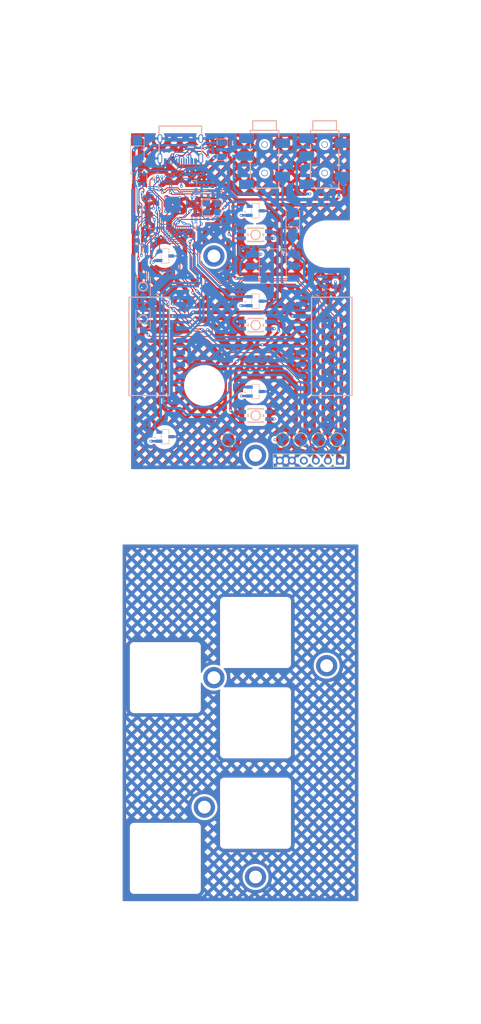
<source format=kicad_pcb>
(kicad_pcb (version 20241229) (generator "pcbnew") (generator_version "9.0")
  (layers (0 "F.Cu" signal "Front") (4 "In1.Cu" power) (6 "In2.Cu" power) (2 "B.Cu" signal "Back") (13 "F.Paste" user) (15 "B.Paste" user) (5 "F.SilkS" user "F.Silkscreen") (7 "B.SilkS" user "B.Silkscreen") (1 "F.Mask" user) (3 "B.Mask" user) (25 "Edge.Cuts" user))
  (net 0 "")
  (net 1 "+3V3")
  (net 2 "GND")
  (net 3 "HEADER_VBUS")
  (net 4 "+1V1")
  (net 5 "Net-(C15-Pad1)")
  (net 6 "Net-(CN1-Pad3)")
  (net 8 "Net-(CN1-Pad4)")
  (net 10 "XIN")
  (net 13 "Net-(CN2-Pad3)")
  (net 14 "VREG_AVDD")
  (net 15 "DN")
  (net 16 "DN_PRE")
  (net 17 "DP_PRE")
  (net 18 "USB_VBUS")
  (net 19 "DP")
  (net 20 "Net-(D3-A)")
  (net 21 "AUDIO_R_IN")
  (net 22 "TX_1")
  (net 23 "AUDIO_L_IN")
  (net 24 "RX_1")
  (net 25 "Net-(D3-K)")
  (net 26 "TX_0")
  (net 27 "Net-(F1-Pad2)")
  (net 29 "RX_0")
  (net 30 "Net-(LED1-DIN)")
  (net 31 "NEO")
  (net 35 "VREG_LX")
  (net 36 "Net-(U1-EN)")
  (net 37 "Net-(U2-CC1)")
  (net 38 "Net-(U3-QSPI_SS)")
  (net 39 "RP_BOOT")
  (net 40 "Net-(U2-CC2)")
  (net 41 "Net-(U3-USB_DP)")
  (net 42 "Net-(U3-USB_DM)")
  (net 43 "XOUT")
  (net 44 "RUN")
  (net 45 "Net-(U3-RUN)")
  (net 57 "SWD_CLK")
  (net 61 "MIDI_RX")
  (net 62 "MIDI_TX")
  (net 63 "CH7")
  (net 64 "CH6")
  (net 65 "CH5")
  (net 66 "CH9")
  (net 67 "CH8")
  (net 70 "Net-(LED2-DIN)")
  (net 80 "SWD_IO")
  (footprint "MountingHole:MountingHole_2.7mm_M2.5_ISO7380_Pad_TopBottom" (layer "F.Cu") (at 43.175 170.175)
    (property "Reference" "REF**" (hide yes))
    (property "Value" "MountingHole_2.7mm_M2.5_ISO7380_Pad_TopBottom" (hide yes))
  )
  (footprint "MountingHole:MountingHole_2.7mm_M2.5_ISO7380_Pad_TopBottom" (layer "F.Cu") (at 69 140.35)
    (property "Reference" "REF**" (hide yes))
    (property "Value" "MountingHole_2.7mm_M2.5_ISO7380_Pad_TopBottom" (hide yes))
  )
  (footprint "TestPoint:TestPoint_Pad_D2.5mm" (layer "F.Cu") (at 59.69 92.71)
    (property "Reference" "TP2" (hide yes))
    (property "Value" "TestPoint")
  )
  (footprint "TestPoint:TestPoint_Pad_D2.5mm" (layer "F.Cu") (at 67.31 92.71)
    (property "Reference" "TP19" (hide yes))
    (property "Value" "TestPoint")
  )
  (footprint "MountingHole:MountingHole_2.7mm_M2.5_ISO7380_Pad_TopBottom" (layer "F.Cu") (at 45.184095 53.975)
    (property "Reference" "REF**" (hide yes))
    (property "Value" "MountingHole_2.7mm_M2.5_ISO7380_Pad_TopBottom" (hide yes))
  )
  (footprint "TestPoint:TestPoint_Pad_D2.5mm" (layer "F.Cu") (at 71.12 92.71)
    (property "Reference" "TP18" (hide yes))
    (property "Value" "TestPoint")
  )
  (footprint "MountingHole:MountingHole_2.7mm_M2.5_ISO7380_Pad_TopBottom" (layer "F.Cu") (at 53.975 184.9)
    (property "Reference" "REF**" (hide yes))
    (property "Value" "MountingHole_2.7mm_M2.5_ISO7380_Pad_TopBottom")
  )
  (footprint "MountingHole:MountingHole_2.7mm_M2.5_ISO7380_Pad_TopBottom" (layer "F.Cu") (at 53.975 96)
    (property "Reference" "REF**" (hide yes))
    (property "Value" "MountingHole_2.7mm_M2.5_ISO7380_Pad_TopBottom" (hide yes))
  )
  (footprint "TestPoint:TestPoint_Pad_D2.5mm" (layer "F.Cu") (at 48.26 92.71)
    (property "Reference" "TP1" (hide yes))
    (property "Value" "TestPoint")
  )
  (footprint "Connector_PinHeader_2.54mm:PinHeader_1x06_P2.54mm_Vertical" (layer "F.Cu") (at 71.8058 97.1042 -90)
    (property "Reference" "J4" (hide yes))
    (property "Value" "Conn_01x06")
  )
  (footprint "MountingHole:MountingHole_2.7mm_M2.5_ISO7380_Pad_TopBottom" (layer "F.Cu") (at 45.184095 142.875)
    (property "Reference" "REF**" (hide yes))
    (property "Value" "MountingHole_2.7mm_M2.5_ISO7380_Pad_TopBottom")
  )
  (footprint "TestPoint:TestPoint_Pad_D2.5mm" (layer "F.Cu") (at 63.5 92.71)
    (property "Reference" "TP17" (hide yes))
    (property "Value" "TestPoint")
  )
  (footprint "easyeda2kicad:SOT-23-3_L2.9-W1.6-P1.90-LS2.8-BR-CW" (layer "B.Cu") (at 53.995 63.5 180)
    (property "Reference" "H1" (hide yes))
    (property "Value" "SLSS49E-3")
  )
  (footprint "easyeda2kicad:CRYSTAL-SMD_4P-L3.2-W2.5-BL" (layer "B.Cu") (at 44.788 43.803)
    (property "Reference" "U4" (hide yes))
    (property "Value" "ABM8-272-T3_C20625731")
  )
  (footprint "Resistor_SMD:R_0402_1005Metric" (layer "B.Cu") (at 32.893 49.8328 -90)
    (property "Reference" "R9" (hide yes))
    (property "Value" "33R")
  )
  (footprint "easyeda2kicad:SMA_L4.3-W2.6-LS5.2-RD" (layer "B.Cu") (at 29.0068 31.6484 -90)
    (property "Reference" "D2" (hide yes))
    (property "Value" "SS34_C8678")
  )
  (footprint "Resistor_SMD:R_0402_1005Metric" (layer "B.Cu") (at 30.0462 43.688)
    (property "Reference" "R5" (hide yes))
    (property "Value" "27R")
  )
  (footprint "easyeda2kicad:SOT-23-3_L2.9-W1.6-P1.90-LS2.8-BR-CW" (layer "B.Cu") (at 53.975 44.45 180)
    (property "Reference" "H5" (hide yes))
    (property "Value" "SLSS49E-3")
  )
  (footprint "easyeda2kicad:AUDIO-SMD_PJ-327A5JJ" (layer "B.Cu") (at 55.88 34.03 180)
    (property "Reference" "CN2" (hide yes))
    (property "Value" "MIDI IN")
  )
  (footprint "Capacitor_SMD:C_0402_1005Metric" (layer "B.Cu") (at 38.6562 36.7792 180)
    (property "Reference" "C11" (hide yes))
    (property "Value" "100n")
  )
  (footprint "easyeda2kicad:LED-SMD_L3.2-W2.8-LS5.9_SK6812MINI-E" (layer "B.Cu") (at 54.0004 68.55)
    (property "Reference" "LED2" (hide yes))
    (property "Value" "SK6812MINI-E_C5149201")
    (fp_line (start -1.9 -1.3) (end -1.9 1.3) (stroke (width 0.05)) (layer "Edge.Cuts"))
    (fp_line (start -1.5 1.7) (end 1.5 1.7) (stroke (width 0.05)) (layer "Edge.Cuts"))
    (fp_line (start 1.5 -1.7) (end -1.5 -1.7) (stroke (width 0.05)) (layer "Edge.Cuts"))
    (fp_line (start 1.9 1.3) (end 1.9 -1.3) (stroke (width 0.05)) (layer "Edge.Cuts"))
    (fp_arc (start -1.9 -1.3) (mid -1.782843 -1.582843) (end -1.5 -1.7) (stroke (width 0.05)) (layer "Edge.Cuts"))
    (fp_arc (start -1.5 1.7) (mid -1.782843 1.582843) (end -1.9 1.3) (stroke (width 0.05)) (layer "Edge.Cuts"))
    (fp_arc (start 1.5 -1.7) (mid 1.782843 -1.582843) (end 1.9 -1.3) (stroke (width 0.05)) (layer "Edge.Cuts"))
    (fp_arc (start 1.9 1.3) (mid 1.782843 1.582843) (end 1.5 1.7) (stroke (width 0.05)) (layer "Edge.Cuts"))
  )
  (footprint "Capacitor_SMD:C_0402_1005Metric" (layer "B.Cu") (at 43.5864 38.9382 -90)
    (property "Reference" "C1" (hide yes))
    (property "Value" "100n")
  )
  (footprint "Capacitor_SMD:C_0402_1005Metric" (layer "B.Cu") (at 37.3888 48.9458 180)
    (property "Reference" "C6" (hide yes))
    (property "Value" "100n")
  )
  (footprint "Resistor_SMD:R_0402_1005Metric" (layer "B.Cu") (at 44.448 46.1772 180)
    (property "Reference" "R7" (hide yes))
    (property "Value" "1K")
  )
  (footprint "Capacitor_SMD:C_0402_1005Metric" (layer "B.Cu") (at 51.035 52.055 180)
    (property "Reference" "C21" (hide yes))
    (property "Value" "100n")
  )
  (footprint "Capacitor_SMD:C_0402_1005Metric" (layer "B.Cu") (at 39.2658 48.9458)
    (property "Reference" "C5" (hide yes))
    (property "Value" "100n")
  )
  (footprint "Capacitor_SMD:C_0402_1005Metric" (layer "B.Cu") (at 44.4754 41.3004 180)
    (property "Reference" "C16" (hide yes))
    (property "Value" "15p")
  )
  (footprint "Capacitor_SMD:C_0402_1005Metric" (layer "B.Cu") (at 68.04 61.66 180)
    (property "Reference" "C17" (hide yes))
    (property "Value" "10u")
  )
  (footprint "Capacitor_SMD:C_0402_1005Metric" (layer "B.Cu") (at 42.5958 38.9382 -90)
    (property "Reference" "C3" (hide yes))
    (property "Value" "100n")
  )
  (footprint "Capacitor_SMD:C_0603_1608Metric" (layer "B.Cu") (at 29.832 49.1496)
    (property "Reference" "C20" (hide yes))
    (property "Value" "4.7u")
  )
  (footprint "easyeda2kicad:SMD-6_L7.3-W6.5-P2.54-LS10.2-BL" (layer "B.Cu") (at 57.6072 56.1233 -90)
    (property "Reference" "U5" (hide yes))
    (property "Value" "H11L1S(TA)")
  )
  (footprint "easyeda2kicad:HDR-SMD_8P-P2.54-H-F-L11.5" (layer "B.Cu") (at 38.1 73.025 90)
    (property "Reference" "J1" (hide yes))
    (property "Value" "Conn_01x08")
  )
  (footprint "Resistor_SMD:R_0402_1005Metric" (layer "B.Cu") (at 34.8722 57.1246 180)
    (property "Reference" "R17" (hide yes))
    (property "Value" "10K")
  )
  (footprint "Capacitor_SMD:C_0402_1005Metric" (layer "B.Cu") (at 31.8516 49.3548 90)
    (property "Reference" "C19" (hide yes))
    (property "Value" "4.7u")
  )
  (footprint "easyeda2kicad:IND-SMD_L2.0-W1.6_AOTA-B201610S3R3-101-T" (layer "B.Cu") (at 29.861 52.5018 180)
    (property "Reference" "L1" (hide yes))
    (property "Value" "AOTA-B201610S3R3-101-T")
  )
  (footprint "Resistor_SMD:R_0402_1005Metric" (layer "B.Cu") (at 32.0802 89.662)
    (property "Reference" "R15" (hide yes))
    (property "Value" "10K")
  )
  (footprint "Capacitor_SMD:C_0402_1005Metric" (layer "B.Cu") (at 53.015 52.065 180)
    (property "Reference" "C22" (hide yes))
    (property "Value" "10u")
  )
  (footprint "easyeda2kicad:AUDIO-SMD_PJ-327A5JJ" (layer "B.Cu") (at 68.58 34.03 180)
    (property "Reference" "CN1" (hide yes))
    (property "Value" "MIDI OUT")
  )
  (footprint "Capacitor_SMD:C_0402_1005Metric" (layer "B.Cu") (at 42.5958 40.8178 90)
    (property "Reference" "C9" (hide yes))
    (property "Value" "100n")
  )
  (footprint "easyeda2kicad:SW-SMD_L3.9-W3.0-P4.45" (layer "B.Cu") (at 30.226 60.4266 -90)
    (property "Reference" "SW1" (hide yes))
    (property "Value" "RP_BOOT")
  )
  (footprint "easyeda2kicad:SW-SMD_L3.9-W3.0-P4.45" (layer "B.Cu") (at 30.226 67.31 90)
    (property "Reference" "SW2" (hide yes))
    (property "Value" "RST")
  )
  (footprint "Resistor_SMD:R_0402_1005Metric" (layer "B.Cu") (at 49.149 43.0276 90)
    (property "Reference" "R18" (hide yes))
    (property "Value" "10K")
  )
  (footprint "Resistor_SMD:R_0402_1005Metric" (layer "B.Cu") (at 30.5562 41.8826 -90)
    (property "Reference" "R3" (hide yes))
    (property "Value" "1K")
  )
  (footprint "Capacitor_SMD:C_0402_1005Metric" (layer "B.Cu") (at 41.47 65.29 90)
    (property "Reference" "C14" (hide yes))
    (property "Value" "10u")
  )
  (footprint "easyeda2kicad:HDR-SMD_8P-P2.54-H-F-L11.5" (layer "B.Cu") (at 63.5 73.025 -90)
    (property "Reference" "J2" (hide yes))
    (property "Value" "Conn_01x08")
  )
  (footprint "Capacitor_SMD:C_0402_1005Metric" (layer "B.Cu") (at 70.38 61.69 180)
    (property "Reference" "C13" (hide yes))
    (property "Value" "10u")
  )
  (footprint "easyeda2kicad:LED-SMD_L3.2-W2.8-LS5.9_SK6812MINI-E" (layer "B.Cu") (at 54.0004 87.6)
    (property "Reference" "LED1" (hide yes))
    (property "Value" "SK6812MINI-E_C5149201")
    (fp_line (start -1.9 -1.3) (end -1.9 1.3) (stroke (width 0.05)) (layer "Edge.Cuts"))
    (fp_line (start -1.5 1.7) (end 1.5 1.7) (stroke (width 0.05)) (layer "Edge.Cuts"))
    (fp_line (start 1.5 -1.7) (end -1.5 -1.7) (stroke (width 0.05)) (layer "Edge.Cuts"))
    (fp_line (start 1.9 1.3) (end 1.9 -1.3) (stroke (width 0.05)) (layer "Edge.Cuts"))
    (fp_arc (start -1.9 -1.3) (mid -1.782843 -1.582843) (end -1.5 -1.7) (stroke (width 0.05)) (layer "Edge.Cuts"))
    (fp_arc (start -1.5 1.7) (mid -1.782843 1.582843) (end -1.9 1.3) (stroke (width 0.05)) (layer "Edge.Cuts"))
    (fp_arc (start 1.5 -1.7) (mid 1.782843 -1.582843) (end 1.9 -1.3) (stroke (width 0.05)) (layer "Edge.Cuts"))
    (fp_arc (start 1.9 1.3) (mid 1.782843 1.582843) (end 1.5 1.7) (stroke (width 0.05)) (layer "Edge.Cuts"))
  )
  (footprint "Resistor_SMD:R_0402_1005Metric" (layer "B.Cu") (at 49.4 33.39 90)
    (property "Reference" "R13" (hide yes))
    (property "Value" "470")
  )
  (footprint "Resistor_SMD:R_0402_1005Metric" (layer "B.Cu") (at 44.41 31 180)
    (property "Reference" "R2" (hide yes))
    (property "Value" "5.1k")
  )
  (footprint "easyeda2kicad:SOT-23-3_L2.9-W1.6-P1.90-LS2.8-BR-CW" (layer "B.Cu") (at 53.995 82.55 180)
    (property "Reference" "H3" (hide yes))
    (property "Value" "SLSS49E-3")
  )
  (footprint "easyeda2kicad:SOT-23-3_L2.9-W1.6-P1.90-LS2.8-BR-CW" (layer "B.Cu") (at 34.925 53.975 180)
    (property "Reference" "H4" (hide yes))
    (property "Value" "SLSS49E-3")
  )
  (footprint "Capacitor_SMD:C_0402_1005Metric" (layer "B.Cu") (at 36.0934 37.211 180)
    (property "Reference" "C12" (hide yes))
    (property "Value" "4.7u")
  )
  (footprint "Capacitor_SMD:C_0402_1005Metric" (layer "B.Cu") (at 32.484 51.3588)
    (property "Reference" "C7" (hide yes))
    (property "Value" "100n")
  )
  (footprint "Capacitor_SMD:C_0402_1005Metric" (layer "B.Cu") (at 40.5358 36.7792)
    (property "Reference" "C4" (hide yes))
    (property "Value" "100n")
  )
  (footprint "Capacitor_SMD:C_0603_1608Metric" (layer "B.Cu") (at 29.832 50.673 180)
    (property "Reference" "C18" (hide yes))
    (property "Value" "4.7u")
  )
  (footprint "easyeda2kicad:SMA_L4.3-W2.6-LS5.2-RD" (layer "B.Cu") (at 61.849 46.99 90)
    (property "Reference" "D3" (hide yes))
    (property "Value" "SS34_C8678")
  )
  (footprint "Resistor_SMD:R_0402_1005Metric" (layer "B.Cu") (at 44.42 32.01 180)
    (property "Reference" "R4" (hide yes))
    (property "Value" "5.1k")
  )
  (footprint "easyeda2kicad:QFN-80_L10.0-W10.0-P0.40-TL-EP3.4" (layer "B.Cu") (at 36.4744 43.1546 -90)
    (property "Reference" "U3" (hide yes))
    (property "Value" "RP2354B_C39843328")
  )
  (footprint "Resistor_SMD:R_0402_1005Metric" (layer "B.Cu") (at 50.78 58.19 90)
    (property "Reference" "R12" (hide yes))
    (property "Value" "470")
  )
  (footprint "easyeda2kicad:LED-SMD_L3.2-W2.8-LS5.9_SK6812MINI-E" (layer "B.Cu") (at 53.975 49.5)
    (property "Reference" "LED3" (hide yes))
    (property "Value" "SK6812MINI-E_C5149201")
    (fp_line (start -1.9 -1.3) (end -1.9 1.3) (stroke (width 0.05)) (layer "Edge.Cuts"))
    (fp_line (start -1.5 1.7) (end 1.5 1.7) (stroke (width 0.05)) (layer "Edge.Cuts"))
    (fp_line (start 1.5 -1.7) (end -1.5 -1.7) (stroke (width 0.05)) (layer "Edge.Cuts"))
    (fp_line (start 1.9 1.3) (end 1.9 -1.3) (stroke (width 0.05)) (layer "Edge.Cuts"))
    (fp_arc (start -1.9 -1.3) (mid -1.782843 -1.582843) (end -1.5 -1.7) (stroke (width 0.05)) (layer "Edge.Cuts"))
    (fp_arc (start -1.5 1.7) (mid -1.782843 1.582843) (end -1.9 1.3) (stroke (width 0.05)) (layer "Edge.Cuts"))
    (fp_arc (start 1.5 -1.7) (mid 1.782843 -1.582843) (end 1.9 -1.3) (stroke (width 0.05)) (layer "Edge.Cuts"))
    (fp_arc (start 1.9 1.3) (mid 1.782843 1.582843) (end 1.5 1.7) (stroke (width 0.05)) (layer "Edge.Cuts"))
  )
  (footprint "easyeda2kicad:F1206" (layer "B.Cu") (at 46.9646 31.5446 -90)
    (property "Reference" "F1" (hide yes))
    (property "Value" "BSMD1206-200-6V")
  )
  (footprint "Resistor_SMD:R_0402_1005Metric" (layer "B.Cu") (at 72.12 40.59)
    (property "Reference" "R10" (hide yes))
    (property "Value" "10")
  )
  (footprint "Package_TO_SOT_SMD:SOT-23-5" (layer "B.Cu") (at 69.7175 59.37)
    (property "Reference" "U1" (hide yes))
    (property "Value" "AP2112K-3.3")
  )
  (footprint "Resistor_SMD:R_0402_1005Metric" (layer "B.Cu") (at 50.6222 61.9994 -90)
    (property "Reference" "R14" (hide yes))
    (property "Value" "10K")
  )
  (footprint "Resistor_SMD:R_0402_1005Metric" (layer "B.Cu") (at 67.1 58.8 -90)
    (property "Reference" "R1" (hide yes))
    (property "Value" "10K")
  )
  (footprint "Capacitor_SMD:C_0402_1005Metric" (layer "B.Cu") (at 46.4312 46.1518)
    (property "Reference" "C15" (hide yes))
    (property "Value" "15p")
  )
  (footprint "Capacitor_SMD:C_0402_1005Metric" (layer "B.Cu") (at 44.9326 39.8552 90)
    (property "Reference" "C2" (hide yes))
    (property "Value" "100n")
  )
  (footprint "Resistor_SMD:R_0402_1005Metric" (layer "B.Cu") (at 29.7668 44.7548)
    (property "Reference" "R6" (hide yes))
    (property "Value" "27R")
  )
  (footprint "easyeda2kicad:SOT-23-6_L2.9-W1.6-P0.95-LS2.8-BL" (layer "B.Cu") (at 29.464 37.7444)
    (property "Reference" "D1" (hide yes))
    (property "Value" "USBLC6-2SC6")
  )
  (footprint "Resistor_SMD:R_0402_1005Metric" (layer "B.Cu") (at 64.11 40.9 180)
    (property "Reference" "R11" (hide yes))
    (property "Value" "33")
  )
  (footprint "Capacitor_SMD:C_0402_1005Metric" (layer "B.Cu") (at 36.957 49.8602 180)
    (property "Reference" "C10" (hide yes))
    (property "Value" "100n")
  )
  (footprint "easyeda2kicad:SOT-23-3_L2.9-W1.6-P1.90-LS2.8-BR-CW" (layer "B.Cu") (at 34.925 92.075 180)
    (property "Reference" "H2" (hide yes))
    (property "Value" "SLSS49E-3")
  )
  (footprint "Capacitor_SMD:C_0402_1005Metric" (layer "B.Cu") (at 42.4206 36.7792 180)
    (property "Reference" "C8" (hide yes))
    (property "Value" "100n")
  )
  (footprint "easyeda2kicad:USB-C-SMD_G-SWITCH_GT-USB-7010ASV" (layer "B.Cu") (at 38.098 31.61)
    (property "Reference" "U2" (hide yes))
    (property "Value" "GT-USB-7010ASV")
  )
  (footprint "Resistor_SMD:R_0402_1005Metric" (layer "B.Cu") (at 40.9702 49.6336 90)
    (property "Reference" "R8" (hide yes))
    (property "Value" "1K")
  )
  (footprint "Resistor_SMD:R_0402_1005Metric" (layer "B.Cu") (at 45.1104 87.886 90)
    (property "Reference" "R16" (hide yes))
    (property "Value" "10K")
  )
  (gr_line (start 27.925 149.475) (end 27.925 136.275) (stroke (width 0.0002)) (layer "Edge.Cuts"))
  (gr_line (start 41.925 187.575) (end 41.925 174.375) (stroke (width 0.0002)) (layer "Edge.Cuts"))
  (gr_line (start 46.975 164.85) (end 46.975 178.05) (stroke (width 0.0002)) (layer "Edge.Cuts"))
  (gr_arc (start 27.925 174.375) (mid 28.042157 174.092157) (end 28.325 173.975) (stroke (width 0.0002)) (layer "Edge.Cuts"))
  (gr_arc (start 75.8 114.3) (mid 76.082843 114.417157) (end 76.2 114.7) (stroke (width 0.0002)) (layer "Edge.Cuts"))
  (gr_line (start 28.325 135.875) (end 41.525 135.875) (stroke (width 0.0002)) (layer "Edge.Cuts"))
  (gr_line (start 41.925 149.475) (end 41.925 136.275) (stroke (width 0.0002)) (layer "Edge.Cuts"))
  (gr_line (start 47.375 178.45) (end 60.575 178.45) (stroke (width 0.0002)) (layer "Edge.Cuts"))
  (gr_arc (start 41.925 187.575) (mid 41.807843 187.857843) (end 41.525 187.975) (stroke (width 0.0002)) (layer "Edge.Cuts"))
  (gr_arc (start 47.375 140.35) (mid 47.092157 140.232843) (end 46.975 139.95) (stroke (width 0.0002)) (layer "Edge.Cuts"))
  (gr_line (start 74.4 27.6) (end 74.4 46.95) (stroke (width 0.0002)) (layer "Edge.Cuts"))
  (gr_line (start 46.975 126.75) (end 46.975 139.95) (stroke (width 0.0002)) (layer "Edge.Cuts"))
  (gr_arc (start 69 55.95) (mid 64.5 51.45) (end 69 46.95) (stroke (width 0.0002)) (layer "Edge.Cuts"))
  (gr_line (start 28.325 187.975) (end 41.525 187.975) (stroke (width 0.0002)) (layer "Edge.Cuts"))
  (gr_line (start 47.375 145.4) (end 60.575 145.4) (stroke (width 0.0002)) (layer "Edge.Cuts"))
  (gr_line (start 60.975 126.75) (end 60.975 139.95) (stroke (width 0.0002)) (layer "Edge.Cuts"))
  (gr_line (start 60.975 145.8) (end 60.975 159) (stroke (width 0.0002)) (layer "Edge.Cuts"))
  (gr_line (start 69 55.95) (end 74.4 55.95) (stroke (width 0.0002)) (layer "Edge.Cuts"))
  (gr_arc (start 46.975 126.75) (mid 47.092157 126.467157) (end 47.375 126.35) (stroke (width 0.0002)) (layer "Edge.Cuts"))
  (gr_line (start 47.375 126.35) (end 60.575 126.35) (stroke (width 0.0002)) (layer "Edge.Cuts"))
  (gr_arc (start 25.4 114.7) (mid 25.517157 114.417157) (end 25.8 114.3) (stroke (width 0.0002)) (layer "Edge.Cuts"))
  (gr_line (start 28.325 173.975) (end 41.525 173.975) (stroke (width 0.0002)) (layer "Edge.Cuts"))
  (gr_arc (start 41.525 135.875) (mid 41.807843 135.992157) (end 41.925 136.275) (stroke (width 0.0002)) (layer "Edge.Cuts"))
  (gr_line (start 74.4 55.95) (end 74.4 99.4) (stroke (width 0.0002)) (layer "Edge.Cuts"))
  (gr_arc (start 60.575 126.35) (mid 60.857843 126.467157) (end 60.975 126.75) (stroke (width 0.0002)) (layer "Edge.Cuts"))
  (gr_line (start 25.8 190.5) (end 75.8 190.5) (stroke (width 0.0002)) (layer "Edge.Cuts"))
  (gr_line (start 27.2 99.4) (end 74.4 99.4) (stroke (width 0.0002)) (layer "Edge.Cuts"))
  (gr_line (start 28.325 149.875) (end 41.525 149.875) (stroke (width 0.0002)) (layer "Edge.Cuts"))
  (gr_arc (start 28.325 149.875) (mid 28.042157 149.757843) (end 27.925 149.475) (stroke (width 0.0002)) (layer "Edge.Cuts"))
  (gr_arc (start 60.975 139.95) (mid 60.857843 140.232843) (end 60.575 140.35) (stroke (width 0.0002)) (layer "Edge.Cuts"))
  (gr_arc (start 28.325 187.975) (mid 28.042157 187.857843) (end 27.925 187.575) (stroke (width 0.0002)) (layer "Edge.Cuts"))
  (gr_line (start 47.375 159.4) (end 60.575 159.4) (stroke (width 0.0002)) (layer "Edge.Cuts"))
  (gr_line (start 27.925 187.575) (end 27.925 174.375) (stroke (width 0.0002)) (layer "Edge.Cuts"))
  (gr_line (start 69 46.95) (end 74.4 46.95) (stroke (width 0.0002)) (layer "Edge.Cuts"))
  (gr_arc (start 76.2 190.1) (mid 76.082843 190.382843) (end 75.8 190.5) (stroke (width 0.0002)) (layer "Edge.Cuts"))
  (gr_line (start 47.375 140.35) (end 60.575 140.35) (stroke (width 0.0002)) (layer "Edge.Cuts"))
  (gr_arc (start 25.8 190.5) (mid 25.517157 190.382843) (end 25.4 190.1) (stroke (width 0.0002)) (layer "Edge.Cuts"))
  (gr_arc (start 27.925 136.275) (mid 28.042157 135.992157) (end 28.325 135.875) (stroke (width 0.0002)) (layer "Edge.Cuts"))
  (gr_arc (start 46.975 145.8) (mid 47.092157 145.517157) (end 47.375 145.4) (stroke (width 0.0002)) (layer "Edge.Cuts"))
  (gr_arc (start 60.975 178.05) (mid 60.857843 178.332843) (end 60.575 178.45) (stroke (width 0.0002)) (layer "Edge.Cuts"))
  (gr_line (start 47.375 164.45) (end 60.575 164.45) (stroke (width 0.0002)) (layer "Edge.Cuts"))
  (gr_arc (start 60.575 164.45) (mid 60.857843 164.567157) (end 60.975 164.85) (stroke (width 0.0002)) (layer "Edge.Cuts"))
  (gr_circle (center 43.175 81.275) (end 46.975 81.275) (stroke (width 0.0002)) (fill no) (layer "Edge.Cuts"))
  (gr_arc (start 41.525 173.975) (mid 41.807843 174.092157) (end 41.925 174.375) (stroke (width 0.0002)) (layer "Edge.Cuts"))
  (gr_line (start 25.4 114.7) (end 25.4 190.1) (stroke (width 0.0002)) (layer "Edge.Cuts"))
  (gr_line (start 46.975 145.8) (end 46.975 159) (stroke (width 0.0002)) (layer "Edge.Cuts"))
  (gr_arc (start 41.925 149.475) (mid 41.807843 149.757843) (end 41.525 149.875) (stroke (width 0.0002)) (layer "Edge.Cuts"))
  (gr_arc (start 60.575 145.4) (mid 60.857843 145.517157) (end 60.975 145.8) (stroke (width 0.0002)) (layer "Edge.Cuts"))
  (gr_arc (start 47.375 178.45) (mid 47.092157 178.332843) (end 46.975 178.05) (stroke (width 0.0002)) (layer "Edge.Cuts"))
  (gr_line (start 76.2 114.7) (end 76.2 190.1) (stroke (width 0.0002)) (layer "Edge.Cuts"))
  (gr_line (start 60.975 164.85) (end 60.975 178.05) (stroke (width 0.0002)) (layer "Edge.Cuts"))
  (gr_arc (start 47.375 159.4) (mid 47.092157 159.282843) (end 46.975 159) (stroke (width 0.0002)) (layer "Edge.Cuts"))
  (gr_line (start 27.2 27.6) (end 74.4 27.6) (stroke (width 0.0002)) (layer "Edge.Cuts"))
  (gr_arc (start 46.975 164.85) (mid 47.092157 164.567157) (end 47.375 164.45) (stroke (width 0.0002)) (layer "Edge.Cuts"))
  (gr_line (start 27.2 27.6) (end 27.2 99.4) (stroke (width 0.0002)) (layer "Edge.Cuts"))
  (gr_arc (start 60.975 159) (mid 60.857843 159.282843) (end 60.575 159.4) (stroke (width 0.0002)) (layer "Edge.Cuts"))
  (gr_line (start 25.8 114.3) (end 75.8 114.3) (stroke (width 0.0002)) (layer "Edge.Cuts"))
  (segment (start 59.69 92.71) (end 58.1152 92.71) (width 0.508) (layer "F.Cu") (net 1))
  (segment (start 58.1152 92.71) (end 58.0898 92.7354) (width 0.508) (layer "F.Cu") (net 1))
  (via (at 55.11 53.58) (size 0.6) (drill 0.3) (layers "F.Cu" "B.Cu") (net 1))
  (via (at 31.87 93.03) (size 0.6) (drill 0.3) (layers "F.Cu" "B.Cu") (net 1))
  (via (at 58.0898 92.7354) (size 0.6) (drill 0.3) (layers "F.Cu" "B.Cu") (net 1))
  (via (at 40.554976 41.478624) (size 0.6) (drill 0.3) (layers "F.Cu" "B.Cu") (net 1))
  (via (at 29.845 53.8988) (size 0.6) (drill 0.3) (layers "F.Cu" "B.Cu") (net 1))
  (via (at 65.41 40.9) (size 0.6) (drill 0.3) (layers "F.Cu" "B.Cu") (net 1))
  (via (at 57.94 69.3) (size 0.6) (drill 0.3) (layers "F.Cu" "B.Cu") (net 1))
  (via (at 57.94 88.33) (size 0.6) (drill 0.3) (layers "F.Cu" "B.Cu") (net 1))
  (via (at 50.94 45.39) (size 0.6) (drill 0.3) (layers "F.Cu" "B.Cu") (net 1))
  (via (at 38.8874 47.0662) (size 0.6) (drill 0.3) (layers "F.Cu" "B.Cu") (net 1))
  (via (at 32.6744 46.2888) (size 0.6) (drill 0.3) (layers "F.Cu" "B.Cu") (net 1))
  (via (at 70.86 59.44) (size 0.6) (drill 0.3) (layers "F.Cu" "B.Cu") (net 1))
  (via (at 57.87 50.24) (size 0.6) (drill 0.3) (layers "F.Cu" "B.Cu") (net 1))
  (via (at 38.3286 39.2938) (size 0.6) (drill 0.3) (layers "F.Cu" "B.Cu") (net 1))
  (via (at 34.190293 37.302203) (size 0.6) (drill 0.3) (layers "F.Cu" "B.Cu") (net 1))
  (via (at 32.4358 43.942) (size 0.6) (drill 0.3) (layers "F.Cu" "B.Cu") (net 1))
  (via (at 50.87 64.44) (size 0.6) (drill 0.3) (layers "F.Cu" "B.Cu") (net 1))
  (via (at 32.33 55.28) (size 0.6) (drill 0.3) (layers "F.Cu" "B.Cu") (net 1))
  (via (at 51.02 83.5) (size 0.6) (drill 0.3) (layers "F.Cu" "B.Cu") (net 1))
  (segment (start 70.855 59.445) (end 70.86 59.44) (width 0.508) (layer "B.Cu") (net 1))
  (segment (start 37.973 46.355) (end 38.5572 46.9392) (width 0.2) (layer "B.Cu") (net 1))
  (segment (start 52.725 45.4) (end 50.95 45.4) (width 0.508) (layer "B.Cu") (net 1))
  (segment (start 33.0744 48.0646) (end 32.6744 48.0646) (width 0.2) (layer "B.Cu") (net 1))
  (segment (start 40.5554 41.4782) (end 40.554976 41.478624) (width 0.2) (layer "B.Cu") (net 1))
  (segment (start 41.3844 40.5546) (end 42.379 40.5546) (width 0.2) (layer "B.Cu") (net 1))
  (segment (start 53.495 53.3155) (end 53.2272 53.5833) (width 0.508) (layer "B.Cu") (net 1))
  (segment (start 40.203 37.592) (end 41.0158 36.7792) (width 0.2) (layer "B.Cu") (net 1))
  (segment (start 64.62 40.9) (end 65.41 40.9) (width 0.508) (layer "B.Cu") (net 1))
  (segment (start 50.555 52.055) (end 50.555 53.525) (width 0.508) (layer "B.Cu") (net 1))
  (segment (start 31.5644 45.7546) (end 32.1402 45.7546) (width 0.2) (layer "B.Cu") (net 1))
  (segment (start 33.675 93.025) (end 31.875 93.025) (width 0.508) (layer "B.Cu") (net 1))
  (segment (start 29.057 50.673) (end 29.057 50.9347) (width 0.2) (layer "B.Cu") (net 1))
  (segment (start 56.775 50.25) (end 57.86 50.25) (width 0.508) (layer "B.Cu") (net 1))
  (segment (start 70.86 61.69) (end 70.86 60.325) (width 0.508) (layer "B.Cu") (net 1))
  (segment (start 39.7458 48.9458) (end 40.025799 48.9458) (width 0.2) (layer "B.Cu") (net 1))
  (segment (start 33.0744 48.0646) (end 33.0744 48.56386) (width 0.2) (layer "B.Cu") (net 1))
  (segment (start 38.7604 46.9392) (end 38.8874 47.0662) (width 0.2) (layer "B.Cu") (net 1))
  (segment (start 55.1067 53.5833) (end 55.11 53.58) (width 0.508) (layer "B.Cu") (net 1))
  (segment (start 32.4358 43.942) (end 32.4358 41.3004) (width 0.2) (layer "B.Cu") (net 1))
  (segment (start 38.2744 38.2446) (end 38.2744 39.2396) (width 0.2) (layer "B.Cu") (net 1))
  (segment (start 36.6744 48.0646) (end 36.6744 48.7114) (width 0.2) (layer "B.Cu") (net 1))
  (segment (start 40.2744 48.697199) (end 40.2744 48.0646) (width 0.2) (layer "B.Cu") (net 1))
  (segment (start 40.2754 47.4336) (end 40.2754 48.0636) (width 0.2) (layer "B.Cu") (net 1))
  (segment (start 43.5864 39.4182) (end 42.5958 39.4182) (width 0.2) (layer "B.Cu") (net 1))
  (segment (start 44.9326 39.3752) (end 43.6294 39.3752) (width 0.2) (layer "B.Cu") (net 1))
  (segment (start 50.78 55.4405) (end 51.62525 54.59525) (width 0.508) (layer "B.Cu") (net 1))
  (segment (start 32.33 55.28) (end 32.685 54.925) (width 0.508) (layer "B.Cu") (net 1))
  (segment (start 31.8516 43.942) (end 32.4358 43.942) (width 0.2) (layer "B.Cu") (net 1))
  (segment (start 40.5638 41.4782) (end 40.5554 41.4782) (width 0.2) (layer "B.Cu") (net 1))
  (segment (start 52.745 83.5) (end 51.02 83.5) (width 0.508) (layer "B.Cu") (net 1))
  (segment (start 43.6294 39.3752) (end 43.5864 39.4182) (width 0.2) (layer "B.Cu") (net 1))
  (segment (start 38.2744 39.2396) (end 38.3286 39.2938) (width 0.2) (layer "B.Cu") (net 1))
  (segment (start 53.2272 53.5833) (end 55.1067 53.5833) (width 0.508) (layer "B.Cu") (net 1))
  (segment (start 57.86 50.25) (end 57.87 50.24) (width 0.508) (layer "B.Cu") (net 1))
  (segment (start 36.6744 48.7114) (end 36.9088 48.9458) (width 0.2) (layer "B.Cu") (net 1))
  (segment (start 52.745 64.45) (end 50.88 64.45) (width 0.508) (layer "B.Cu") (net 1))
  (segment (start 33.514 49.7218) (end 32.893 50.3428) (width 0.2) (layer "B.Cu") (net 1))
  (segment (start 56.8004 69.3) (end 57.94 69.3) (width 0.508) (layer "B.Cu") (net 1))
  (segment (start 40.0858 47.244) (end 40.2754 47.4336) (width 0.2) (layer "B.Cu") (net 1))
  (segment (start 29.845 51.7227) (end 29.845 53.8988) (width 0.2) (layer "B.Cu") (net 1))
  (segment (start 32.1402 45.7546) (end 32.6744 46.2888) (width 0.2) (layer "B.Cu") (net 1))
  (segment (start 31.5644 44.1546) (end 31.639 44.1546) (width 0.2) (layer "B.Cu") (net 1))
  (segment (start 50.88 64.45) (end 50.87 64.44) (width 0.508) (layer "B.Cu") (net 1))
  (segment (start 40.025799 48.9458) (end 40.2744 48.697199) (width 0.2) (layer "B.Cu") (net 1))
  (segment (start 57.92 88.35) (end 57.94 88.33) (width 0.508) (layer "B.Cu") (net 1))
  (segment (start 40.2754 48.0636) (end 40.2744 48.0646) (width 0.2) (layer "B.Cu") (net 1))
  (segment (start 38.862 47.244) (end 40.0858 47.244) (width 0.2) (layer "B.Cu") (net 1))
  (segment (start 31.5644 44.1546) (end 31.5644 43.942) (width 0.2) (layer "B.Cu") (net 1))
  (segment (start 40.5638 40.8432) (end 40.8524 40.5546) (width 0.2) (layer "B.Cu") (net 1))
  (segment (start 50.78 57.68) (end 50.78 55.4405) (width 0.508) (layer "B.Cu") (net 1))
  (segment (start 40.5638 42.1894) (end 40.5638 41.4782) (width 0.2) (layer "B.Cu") (net 1))
  (segment (start 53.495 52.065) (end 53.495 53.3155) (width 0.508) (layer "B.Cu") (net 1))
  (segment (start 37.342057 46.355) (end 37.973 46.355) (width 0.2) (layer "B.Cu") (net 1))
  (segment (start 34.2744 37.38631) (end 34.190293 37.302203) (width 0.2) (layer "B.Cu") (net 1))
  (segment (start 29.68845 51.56615) (end 29.845 51.7227) (width 0.2) (layer "B.Cu") (net 1))
  (segment (start 31.5644 43.942) (end 31.5644 43.7546) (width 0.2) (layer "B.Cu") (net 1))
  (segment (start 56.8004 88.35) (end 57.92 88.35) (width 0.508) (layer "B.Cu") (net 1))
  (segment (start 52.6372 53.5833) (end 53.2272 53.5833) (width 0.508) (layer "B.Cu") (net 1))
  (segment (start 38.2744 38.2446) (end 38.2744 37.6716) (width 0.2) (layer "B.Cu") (net 1))
  (segment (start 31.5644 43.942) (end 31.8516 43.942) (width 0.2) (layer "B.Cu") (net 1))
  (segment (start 38.2744 37.6716) (end 38.354 37.592) (width 0.2) (layer "B.Cu") (net 1))
  (segment (start 31.875 93.025) (end 31.87 93.03) (width 0.508) (layer "B.Cu") (net 1))
  (segment (start 32.6744 46.2888) (end 32.6744 48.0646) (width 0.2) (layer "B.Cu") (net 1))
  (segment (start 50.555 53.525) (end 51.62525 54.59525) (width 0.508) (layer "B.Cu") (net 1))
  (segment (start 34.2744 38.2446) (end 34.2744 37.38631) (width 0.2) (layer "B.Cu") (net 1))
  (segment (start 70.855 60.32) (end 70.855 59.445) (width 0.508) (layer "B.Cu") (net 1))
  (segment (start 32.09 40.9546) (end 31.5644 40.9546) (width 0.2) (layer "B.Cu") (net 1))
  (segment (start 41.9406 36.7792) (end 41.0158 36.7792) (width 0.2) (layer "B.Cu") (net 1))
  (segment (start 50.95 45.4) (end 50.94 45.39) (width 0.508) (layer "B.Cu") (net 1))
  (segment (start 42.379 40.5546) (end 42.5958 40.3378) (width 0.2) (layer "B.Cu") (net 1))
  (segment (start 51.62525 54.59525) (end 52.6372 53.5833) (width 0.508) (layer "B.Cu") (net 1))
  (segment (start 32.4358 41.3004) (end 32.09 40.9546) (width 0.2) (layer "B.Cu") (net 1))
  (segment (start 70.86 60.325) (end 70.855 60.32) (width 0.508) (layer "B.Cu") (net 1))
  (segment (start 40.8524 40.5546) (end 41.3844 40.5546) (width 0.2) (layer "B.Cu") (net 1))
  (segment (start 41.3844 42.5546) (end 40.929 42.5546) (width 0.2) (layer "B.Cu") (net 1))
  (segment (start 40.929 42.5546) (end 40.5638 42.1894) (width 0.2) (layer "B.Cu") (net 1))
  (segment (start 36.6744 47.022657) (end 37.342057 46.355) (width 0.2) (layer "B.Cu") (net 1))
  (segment (start 38.354 37.592) (end 40.203 37.592) (width 0.2) (layer "B.Cu") (net 1))
  (segment (start 36.6744 48.0646) (end 36.6744 47.022657) (width 0.2) (layer "B.Cu") (net 1))
  (segment (start 33.514 49.00346) (end 33.514 49.7218) (width 0.2) (layer "B.Cu") (net 1))
  (segment (start 29.057 50.9347) (end 29.68845 51.56615) (width 0.2) (layer "B.Cu") (net 1))
  (segment (start 38.5572 46.9392) (end 38.7604 46.9392) (width 0.2) (layer "B.Cu") (net 1))
  (segment (start 32.964 50.4138) (end 32.893 50.3428) (width 0.2) (layer "B.Cu") (net 1))
  (segment (start 32.685 54.925) (end 33.675 54.925) (width 0.508) (layer "B.Cu") (net 1))
  (segment (start 42.5958 39.4182) (end 42.5958 40.3378) (width 0.2) (layer "B.Cu") (net 1))
  (segment (start 38.5572 46.9392) (end 38.862 47.244) (width 0.2) (layer "B.Cu") (net 1))
  (segment (start 33.0744 48.56386) (end 33.514 49.00346) (width 0.2) (layer "B.Cu") (net 1))
  (segment (start 40.5638 41.4782) (end 40.5638 40.8432) (width 0.2) (layer "B.Cu") (net 1))
  (segment (start 31.639 44.1546) (end 31.8516 43.942) (width 0.2) (layer "B.Cu") (net 1))
  (segment (start 32.964 51.3588) (end 32.964 50.4138) (width 0.2) (layer "B.Cu") (net 1))
  (via (at 34.925 35.306) (size 0.6) (drill 0.3) (layers "F.Cu" "B.Cu") (net 2))
  (via (at 43.6118 36.7792) (size 0.6) (drill 0.3) (layers "F.Cu" "B.Cu") (net 2))
  (via (at 35.7886 69.2404) (size 0.6) (drill 0.3) (layers "F.Cu" "B.Cu") (net 2))
  (via (at 56.83 44.42) (size 0.6) (drill 0.3) (layers "F.Cu" "B.Cu") (net 2))
  (via (at 50.4444 80.677594) (size 0.6) (drill 0.3) (layers "F.Cu" "B.Cu") (net 2))
  (via (at 50.16 86.28) (size 0.6) (drill 0.3) (layers "F.Cu" "B.Cu") (net 2))
  (via (at 38.608 49.657) (size 0.6) (drill 0.3) (layers "F.Cu" "B.Cu") (net 2))
  (via (at 37.969528 49.8806) (size 0.6) (drill 0.3) (layers "F.Cu" "B.Cu") (net 2))
  (via (at 66.77 29.15) (size 0.6) (drill 0.3) (layers "F.Cu" "B.Cu") (net 2))
  (via (at 29.111 45.9232) (size 0.6) (drill 0.3) (layers "F.Cu" "B.Cu") (net 2))
  (via (at 34.979128 37.168999) (size 0.6) (drill 0.3) (layers "F.Cu" "B.Cu") (net 2))
  (via (at 34.9504 44.6278) (size 0.6) (drill 0.3) (layers "F.Cu" "B.Cu") (net 2))
  (via (at 30.607 48.387) (size 0.6) (drill 0.3) (layers "F.Cu" "B.Cu") (net 2))
  (via (at 47.244 78.359) (size 0.6) (drill 0.3) (layers "F.Cu" "B.Cu") (net 2))
  (via (at 44.5 67.9) (size 0.6) (drill 0.3) (layers "F.Cu" "B.Cu") (net 2))
  (via (at 39.1414 36.1442) (size 0.6) (drill 0.3) (layers "F.Cu" "B.Cu") (net 2))
  (via (at 29.9466 60.6298) (size 0.6) (drill 0.3) (layers "F.Cu" "B.Cu") (net 2))
  (via (at 65.14 64.1) (size 0.6) (drill 0.3) (layers "F.Cu" "B.Cu") (net 2))
  (via (at 45.5422 41.477624) (size 0.6) (drill 0.3) (layers "F.Cu" "B.Cu") (net 2))
  (via (at 31.4706 65.1256) (size 0.6) (drill 0.3) (layers "F.Cu" "B.Cu") (net 2))
  (via (at 39.6494 58.039) (size 0.6) (drill 0.3) (layers "F.Cu" "B.Cu") (net 2))
  (via (at 56.84 63.49) (size 0.6) (drill 0.3) (layers "F.Cu" "B.Cu") (net 2))
  (via (at 38.86 31.374) (size 0.6) (drill 0.3) (layers "F.Cu" "B.Cu") (net 2))
  (via (at 30.6324 49.9618) (size 0.6) (drill 0.3) (layers "F.Cu" "B.Cu") (net 2))
  (via (at 50.4698 43.6118) (size 0.6) (drill 0.3) (layers "F.Cu" "B.Cu") (net 2))
  (via (at 32.004 52.5272) (size 0.6) (drill 0.3) (layers "F.Cu" "B.Cu") (net 2))
  (via (at 69.1642 68.0974) (size 0.6) (drill 0.3) (layers "F.Cu" "B.Cu") (net 2))
  (via (at 44.5008 44.0436) (size 0.6) (drill 0.3) (layers "F.Cu" "B.Cu") (net 2))
  (via (at 36.46 64.12) (size 0.6) (drill 0.3) (layers "F.Cu" "B.Cu") (net 2))
  (via (at 34.0106 50.165) (size 0.6) (drill 0.3) (layers "F.Cu" "B.Cu") (net 2))
  (via (at 45.8978 39.4208) (size 0.6) (drill 0.3) (layers "F.Cu" "B.Cu") (net 2))
  (via (at 69.2658 88.9508) (size 0.6) (drill 0.3) (layers "F.Cu" "B.Cu") (net 2))
  (via (at 36.4744 43.1546) (size 0.6) (drill 0.3) (layers "F.Cu" "B.Cu") (net 2))
  (via (at 37.9984 44.6532) (size 0.6) (drill 0.3) (layers "F.Cu" "B.Cu") (net 2))
  (via (at 42.5958 37.8206) (size 0.6) (drill 0.3) (layers "F.Cu" "B.Cu") (net 2))
  (via (at 44.27 62.64) (size 0.6) (drill 0.3) (layers "F.Cu" "B.Cu") (net 2))
  (via (at 67.04 61.07) (size 0.6) (drill 0.3) (layers "F.Cu" "B.Cu") (net 2))
  (via (at 40.0558 36.0934) (size 0.6) (drill 0.3) (layers "F.Cu" "B.Cu") (net 2))
  (via (at 45.41 30.92) (size 0.6) (drill 0.3) (layers "F.Cu" "B.Cu") (net 2))
  (via (at 50.08 67.78) (size 0.6) (drill 0.3) (layers "F.Cu" "B.Cu") (net 2))
  (via (at 31.369 62.6364) (size 0.6) (drill 0.3) (layers "F.Cu" "B.Cu") (net 2))
  (via (at 41.3766 72.6186) (size 0.6) (drill 0.3) (layers "F.Cu" "B.Cu") (net 2))
  (via (at 47.3964 75.2348) (size 0.6) (drill 0.3) (layers "F.Cu" "B.Cu") (net 2))
  (via (at 36.2966 84.5312) (size 0.6) (drill 0.3) (layers "F.Cu" "B.Cu") (net 2))
  (via (at 30.543119 47.300912) (size 0.6) (drill 0.3) (layers "F.Cu" "B.Cu") (net 2))
  (via (at 43.6118 37.7952) (size 0.6) (drill 0.3) (layers "F.Cu" "B.Cu") (net 2))
  (via (at 50.04 48.73) (size 0.6) (drill 0.3) (layers "F.Cu" "B.Cu") (net 2))
  (via (at 37.9476 41.6306) (size 0.6) (drill 0.3) (layers "F.Cu" "B.Cu") (net 2))
  (via (at 42.5958 41.9608) (size 0.6) (drill 0.3) (layers "F.Cu" "B.Cu") (net 2))
  (via (at 32.8676 64.5414) (size 0.6) (drill 0.3) (layers "F.Cu" "B.Cu") (net 2))
  (via (at 57.4294 78.0796) (size 0.6) (drill 0.3) (layers "F.Cu" "B.Cu") (net 2))
  (via (at 57.04 82.57) (size 0.6) (drill 0.3) (layers "F.Cu" "B.Cu") (net 2))
  (via (at 43.65 59.55) (size 0.6) (drill 0.3) (layers "F.Cu" "B.Cu") (net 2))
  (via (at 47.1424 58.166) (size 0.6) (drill 0.3) (layers "F.Cu" "B.Cu") (net 2))
  (via (at 70.36 30.21) (size 0.6) (drill 0.3) (layers "F.Cu" "B.Cu") (net 2))
  (via (at 69.66 59.37) (size 0.6) (drill 0.3) (layers "F.Cu" "B.Cu") (net 2))
  (via (at 55.14 56.13) (size 0.6) (drill 0.3) (layers "F.Cu" "B.Cu") (net 2))
  (via (at 38.593 53.8988) (size 0.6) (drill 0.3) (layers "F.Cu" "B.Cu") (net 2))
  (via (at 48.32 69.67) (size 0.6) (drill 0.3) (layers "F.Cu" "B.Cu") (net 2))
  (via (at 39.808628 49.7558) (size 0.6) (drill 0.3) (layers "F.Cu" "B.Cu") (net 2))
  (via (at 69.1134 79.3496) (size 0.6) (drill 0.3) (layers "F.Cu" "B.Cu") (net 2))
  (via (at 51.34 52.91) (size 0.6) (drill 0.3) (layers "F.Cu" "B.Cu") (net 2))
  (via (at 35.0012 41.656) (size 0.6) (drill 0.3) (layers "F.Cu" "B.Cu") (net 2))
  (via (at 37.71 92.06) (size 0.6) (drill 0.3) (layers "F.Cu" "B.Cu") (net 2))
  (via (at 41.3004 35.9313) (size 0.6) (drill 0.3) (layers "F.Cu" "B.Cu") (net 2))
  (via (at 69.9008 62.4078) (size 0.6) (drill 0.3) (layers "F.Cu" "B.Cu") (net 2))
  (via (at 29.3116 37.6174) (size 0.6) (drill 0.3) (layers "F.Cu" "B.Cu") (net 2))
  (via (at 45.1358 48.9204) (size 0.6) (drill 0.3) (layers "F.Cu" "B.Cu") (net 2))
  (via (at 48.32 63.72) (size 0.6) (drill 0.3) (layers "F.Cu" "B.Cu") (net 2))
  (segment (start 34.925 34.92) (end 34.8975 34.8925) (width 0.508) (layer "B.Cu") (net 2))
  (segment (start 30.9491 46.5546) (end 30.607 46.8967) (width 0.2) (layer "B.Cu") (net 2))
  (segment (start 51.515 52.055) (end 51.34 52.23) (width 0.508) (layer "B.Cu") (net 2))
  (segment (start 56.8 44.45) (end 56.83 44.42) (width 0.508) (layer "B.Cu") (net 2))
  (segment (start 41.47 64.81) (end 38.775 64.81) (width 0.508) (layer "B.Cu") (net 2))
  (segment (start 42.42 33.134147) (end 40.659853 31.374) (width 0.508) (layer "B.Cu") (net 2))
  (segment (start 30.226 62.6066) (end 31.3392 62.6066) (width 0.2) (layer "B.Cu") (net 2))
  (segment (start 43.8914 44.653) (end 44.5008 44.0436) (width 0.508) (layer "B.Cu") (net 2))
  (segment (start 37.437 49.8602) (end 37.5106 49.8602) (width 0.2) (layer "B.Cu") (net 2))
  (segment (start 44.9326 40.3352) (end 44.9834 40.3352) (width 0.2) (layer "B.Cu") (net 2))
  (segment (start 43.5864 37.8206) (end 43.6118 37.7952) (width 0.2) (layer "B.Cu") (net 2))
  (segment (start 43.688 44.653) (end 43.8914 44.653) (width 0.508) (layer "B.Cu") (net 2))
  (segment (start 50.73 86.85) (end 51.2004 86.85) (width 0.508) (layer "B.Cu") (net 2))
  (segment (start 69.9 62.407) (end 69.9008 62.4078) (width 0.2) (layer "B.Cu") (net 2))
  (segment (start 31.3392 62.6066) (end 31.369 62.6364) (width 0.2) (layer "B.Cu") (net 2))
  (segment (start 53.2272 56.1233) (end 55.1333 56.1233) (width 0.508) (layer "B.Cu") (net 2))
  (segment (start 69.9 61.69) (end 69.9 62.407) (width 0.2) (layer "B.Cu") (net 2))
  (segment (start 36.175 53.975) (end 38.5168 53.975) (width 0.2) (layer "B.Cu") (net 2))
  (segment (start 68.58 59.37) (end 69.66 59.37) (width 0.508) (layer "B.Cu") (net 2))
  (segment (start 35.021129 37.211) (end 34.979128 37.168999) (width 0.2) (layer "B.Cu") (net 2))
  (segment (start 30.607 49.1496) (end 30.607 48.387) (width 0.2) (layer "B.Cu") (net 2))
  (segment (start 38.4048 49.657) (end 37.8688 49.121) (width 0.2) (layer "B.Cu") (net 2))
  (segment (start 39.1362 36.7792) (end 39.1362 36.1494) (width 0.2) (layer "B.Cu") (net 2))
  (segment (start 50.16 86.28) (end 50.73 86.85) (width 0.508) (layer "B.Cu") (net 2))
  (segment (start 30.607 47.237031) (end 30.543119 47.300912) (width 0.2) (layer "B.Cu") (net 2))
  (segment (start 38.1 64.135) (end 36.475 64.135) (width 0.508) (layer "B.Cu") (net 2))
  (segment (start 38.608 49.657) (end 38.4048 49.657) (width 0.2) (layer "B.Cu") (net 2))
  (segment (start 55.245 82.55) (end 57.02 82.55) (width 0.508) (layer "B.Cu") (net 2))
  (segment (start 31.5644 46.5546) (end 30.9491 46.5546) (width 0.2) (layer "B.Cu") (net 2))
  (segment (start 30.607 49.9872) (end 30.6324 49.9618) (width 0.2) (layer "B.Cu") (net 2))
  (segment (start 66.74 29.18) (end 66.77 29.15) (width 0.508) (layer "B.Cu") (net 2))
  (segment (start 30.607 46.8967) (end 30.607 47.237031) (width 0.2) (layer "B.Cu") (net 2))
  (segment (start 42.42 33.4433) (end 42.42 33.134147) (width 0.508) (layer "B.Cu") (net 2))
  (segment (start 45.5422 41.477624) (end 45.364976 41.3004) (width 0.2) (layer "B.Cu") (net 2))
  (segment (start 35.306 37.211) (end 35.021129 37.211) (width 0.2) (layer "B.Cu") (net 2))
  (segment (start 52.535 52.065) (end 51.525 52.065) (width 0.508) (layer "B.Cu") (net 2))
  (segment (start 41.298 34.01) (end 41.298 35.9289) (width 0.2) (layer "B.Cu") (net 2))
  (segment (start 45.888 43.0022) (end 45.988 43.0022) (width 0.2) (layer "B.Cu") (net 2))
  (segment (start 55.225 44.45) (end 56.8 44.45) (width 0.508) (layer "B.Cu") (net 2))
  (segment (start 43.990736 44.653) (end 43.688 44.653) (width 0.508) (layer "B.Cu") (net 2))
  (segment (start 67.56 61.66) (end 67.56 61.59) (width 0.508) (layer "B.Cu") (net 2))
  (segment (start 37.949128 49.8602) (end 37.437 49.8602) (width 0.2) (layer "B.Cu") (net 2))
  (segment (start 42.5958 41.2978) (end 42.5958 41.9608) (width 0.2) (layer "B.Cu") (net 2))
  (segment (start 42.5958 38.4582) (end 42.5958 37.8206) (width 0.2) (layer "B.Cu") (net 2))
  (segment (start 37.969528 49.8806) (end 37.949128 49.8602) (width 0.2) (layer "B.Cu") (net 2))
  (segment (start 45.888 42.953) (end 45.7692 42.953) (width 0.2) (layer "B.Cu") (net 2))
  (segment (start 34.925 35.306) (end 34.925 34.92) (width 0.508) (layer "B.Cu") (net 2))
  (segment (start 70.39 30.18) (end 70.36 30.21) (width 0.508) (layer "B.Cu") (net 2))
  (segment (start 34.979128 37.168999) (end 35.571399 37.168999) (width 0.2) (layer "B.Cu") (net 2))
  (segment (start 63.5 64.135) (end 65.105 64.135) (width 0.508) (layer "B.Cu") (net 2))
  (segment (start 51.175 48.75) (end 50.06 48.75) (width 0.508) (layer "B.Cu") (net 2))
  (segment (start 56.83 63.5) (end 56.84 63.49) (width 0.508) (layer "B.Cu") (net 2))
  (segment (start 40.0558 36.7792) (end 40.0558 36.0934) (width 0.2) (layer "B.Cu") (net 2))
  (segment (start 51.34 52.23) (end 51.34 52.91) (width 0.508) (layer "B.Cu") (net 2))
  (segment (start 65.105 64.135) (end 65.14 64.1) (width 0.508) (layer "B.Cu") (net 2))
  (segment (start 30.607 50.673) (end 30.607 49.9872) (width 0.2) (layer "B.Cu") (net 2))
  (segment (start 51.2004 67.8) (end 50.1 67.8) (width 0.508) (layer "B.Cu") (net 2))
  (segment (start 38.5168 53.975) (end 38.593 53.8988) (width 0.2) (layer "B.Cu") (net 2))
  (segment (start 64.78 29.18) (end 66.74 29.18) (width 0.508) (layer "B.Cu") (net 2))
  (segment (start 44.9834 40.3352) (end 45.8978 39.4208) (width 0.2) (layer "B.Cu") (net 2))
  (segment (start 30.226 65.13) (end 31.4662 65.13) (width 0.2) (layer "B.Cu") (net 2))
  (segment (start 41.47 64.78) (end 41.43 64.74) (width 0.508) (layer "B.Cu") (net 2))
  (segment (start 39.421416 49.7558) (end 38.7858 49.120184) (width 0.2) (layer "B.Cu") (net 2))
  (segment (start 30.3022 55.4184) (end 30.2558 55.4184) (width 0.2) (layer "B.Cu") (net 2))
  (segment (start 50.06 48.75) (end 50.04 48.73) (width 0.508) (layer "B.Cu") (net 2))
  (segment (start 45.364976 41.3004) (end 44.9554 41.3004) (width 0.2) (layer "B.Cu") (net 2))
  (segment (start 36.175 92.075) (end 37.695 92.075) (width 0.508) (layer "B.Cu") (net 2))
  (segment (start 41.855 34.0083) (end 42.42 33.4433) (width 0.508) (layer "B.Cu") (net 2))
  (segment (start 36.475 64.135) (end 36.46 64.12) (width 0.508) (layer "B.Cu") (net 2))
  (segment (start 43.5864 38.4582) (end 43.5864 37.8206) (width 0.2) (layer "B.Cu") (net 2))
  (segment (start 57.02 82.55) (end 57.04 82.57) (width 0.508) (layer "B.Cu") (net 2))
  (segment (start 31.8516 51.2064) (end 32.004 51.3588) (width 0.2) (layer "B.Cu") (net 2))
  (segment (start 34.8975 34.8925) (end 34.8975 34.0083) (width 0.508) (layer "B.Cu") (net 2))
  (segment (start 40.659853 31.374) (end 38.86 31.374) (width 0.508) (layer "B.Cu") (net 2))
  (segment (start 31.8516 49.8348) (end 31.8516 51.2064) (width 0.2) (layer "B.Cu") (net 2))
  (segment (start 38.7858 49.120184) (end 38.7858 48.9458) (width 0.2) (layer "B.Cu") (net 2))
  (segment (start 38.775 64.81) (end 38.1 64.135) (width 0.508) (layer "B.Cu") (net 2))
  (segment (start 37.8688 49.121) (end 37.8688 48.9458) (width 0.2) (layer "B.Cu") (net 2))
  (segment (start 44.93 31.01) (end 44.92 31) (width 0.508) (layer "B.Cu") (net 2))
  (segment (start 37.695 92.075) (end 37.71 92.06) (width 0.508) (layer "B.Cu") (net 2))
  (segment (start 50.1 67.8) (end 50.08 67.78) (width 0.508) (layer "B.Cu") (net 2))
  (segment (start 29.3116 37.6174) (end 29.3116 36.569) (width 0.2) (layer "B.Cu") (net 2))
  (segment (start 41.298 35.9289) (end 41.3004 35.9313) (width 0.2) (layer "B.Cu") (net 2))
  (segment (start 39.808628 49.7558) (end 39.421416 49.7558) (width 0.2) (layer "B.Cu") (net 2))
  (segment (start 51.525 52.065) (end 51.515 52.055) (width 0.508) (layer "B.Cu") (net 2))
  (segment (start 44.93 32.01) (end 44.93 31.01) (width 0.508) (layer "B.Cu") (net 2))
  (segment (start 41.3 34.0083) (end 41.855 34.0083) (width 0.508) (layer "B.Cu") (net 2))
  (segment (start 45.41 30.92) (end 44.93 30.92) (width 0.254) (layer "B.Cu") (net 2))
  (segment (start 72.38 30.18) (end 70.39 30.18) (width 0.508) (layer "B.Cu") (net 2))
  (segment (start 55.1333 56.1233) (end 55.14 56.13) (width 0.508) (layer "B.Cu") (net 2))
  (segment (start 67.56 61.59) (end 67.04 61.07) (width 0.508) (layer "B.Cu") (net 2))
  (segment (start 31.4662 65.13) (end 31.4706 65.1256) (width 0.2) (layer "B.Cu") (net 2))
  (segment (start 35.571399 37.168999) (end 35.6134 37.211) (width 0.2) (layer "B.Cu") (net 2))
  (segment (start 42.9006 36.7792) (end 43.6118 36.7792) (width 0.2) (layer "B.Cu") (net 2))
  (segment (start 41.47 64.78) (end 41.47 64.81) (width 0.508) (layer "B.Cu") (net 2))
  (segment (start 39.1362 36.1494) (end 39.1414 36.1442) (width 0.2) (layer "B.Cu") (net 2))
  (segment (start 55.245 63.5) (end 56.83 63.5) (width 0.508) (layer "B.Cu") (net 2))
  (segment (start 29.48 66.61) (end 28.23 65.36) (width 0.762) (layer "F.Cu") (net 3))
  (segment (start 61.03 65.86) (end 61.78 66.61) (width 0.762) (layer "F.Cu") (net 3))
  (segment (start 36.43 66.61) (end 29.48 66.61) (width 0.762) (layer "F.Cu") (net 3))
  (segment (start 36.46 66.64) (end 36.43 66.61) (width 0.762) (layer "F.Cu") (net 3))
  (segment (start 40.77 65.86) (end 61.03 65.86) (width 0.762) (layer "F.Cu") (net 3))
  (segment (start 28.23 65.36) (end 28.23 31.65) (width 0.762) (layer "F.Cu") (net 3))
  (via (at 61.78 66.61) (size 0.6) (drill 0.3) (layers "F.Cu" "B.Cu") (net 3))
  (via (at 40.77 65.86) (size 0.6) (drill 0.3) (layers "F.Cu" "B.Cu") (net 3))
  (via (at 36.46 66.64) (size 0.6) (drill 0.3) (layers "F.Cu" "B.Cu") (net 3))
  (via (at 28.23 31.65) (size 0.6) (drill 0.3) (layers "F.Cu" "B.Cu") (net 3))
  (segment (start 29.0068 30.8732) (end 28.23 31.65) (width 0.762) (layer "B.Cu") (net 3))
  (segment (start 67.1 59.31) (end 67.1 59.579999) (width 0.508) (layer "B.Cu") (net 3))
  (segment (start 40.77 65.86) (end 40.74 65.86) (width 0.762) (layer "B.Cu") (net 3))
  (segment (start 68.58 63.79) (end 68.58 60.32) (width 0.762) (layer "B.Cu") (net 3))
  (segment (start 40.74 65.86) (end 39.925 66.675) (width 0.762) (layer "B.Cu") (net 3))
  (segment (start 40.86 65.77) (end 41.47 65.77) (width 0.508) (layer "B.Cu") (net 3))
  (segment (start 67.1 59.579999) (end 67.840001 60.32) (width 0.508) (layer "B.Cu") (net 3))
  (segment (start 65.695 66.675) (end 68.58 63.79) (width 0.762) (layer "B.Cu") (net 3))
  (segment (start 39.925 66.675) (end 38.1 66.675) (width 0.762) (layer "B.Cu") (net 3))
  (segment (start 63.435 66.61) (end 63.5 66.675) (width 0.762) (layer "B.Cu") (net 3))
  (segment (start 40.77 65.86) (end 40.86 65.77) (width 0.508) (layer "B.Cu") (net 3))
  (segment (start 61.78 66.61) (end 63.435 66.61) (width 0.762) (layer "B.Cu") (net 3))
  (segment (start 63.5 66.675) (end 65.695 66.675) (width 0.762) (layer "B.Cu") (net 3))
  (segment (start 38.065 66.64) (end 38.1 66.675) (width 0.762) (layer "B.Cu") (net 3))
  (segment (start 68.58 61.6) (end 68.52 61.66) (width 0.508) (layer "B.Cu") (net 3))
  (segment (start 68.58 60.32) (end 68.58 61.6) (width 0.508) (layer "B.Cu") (net 3))
  (segment (start 36.46 66.64) (end 38.065 66.64) (width 0.762) (layer "B.Cu") (net 3))
  (segment (start 29.0068 29.4484) (end 29.0068 30.8732) (width 0.762) (layer "B.Cu") (net 3))
  (segment (start 67.840001 60.32) (end 68.58 60.32) (width 0.508) (layer "B.Cu") (net 3))
  (segment (start 28.861 52.5018) (end 28.306 51.9468) (width 0.2) (layer "B.Cu") (net 4))
  (segment (start 31.5644 45.3546) (end 31.0149 45.3546) (width 0.2) (layer "B.Cu") (net 4))
  (segment (start 36.2744 38.2446) (end 36.2744 40.059) (width 0.2) (layer "B.Cu") (net 4))
  (segment (start 36.9316 40.7162) (end 38.5064 40.7162) (width 0.2) (layer "B.Cu") (net 4))
  (segment (start 36.2744 46.855557) (end 37.175957 45.954) (width 0.2) (layer "B.Cu") (net 4))
  (segment (start 29.057 47.3125) (end 29.057 49.1496) (width 0.2) (layer "B.Cu") (net 4))
  (segment (start 28.306 51.9468) (end 28.306 49.9006) (width 0.2) (layer "B.Cu") (net 4))
  (segment (start 40.3829 43.3609) (end 40.7766 43.7546) (width 0.2) (layer "B.Cu") (net 4))
  (segment (start 39.3954 45.0596) (end 39.3954 42.3734) (width 0.2) (layer "B.Cu") (net 4))
  (segment (start 36.2744 48.0646) (end 36.2744 49.6576) (width 0.2) (layer "B.Cu") (net 4))
  (segment (start 38.501 45.954) (end 39.3954 45.0596) (width 0.2) (layer "B.Cu") (net 4))
  (segment (start 40.7162 43.6942) (end 40.3829 43.3609) (width 0.2) (layer "B.Cu") (net 4))
  (segment (start 36.5734 37.211) (end 36.2744 37.51) (width 0.2) (layer "B.Cu") (net 4))
  (segment (start 32.3088 45.3546) (end 32.590143 45.3546) (width 0.2) (layer "B.Cu") (net 4))
  (segment (start 38.2778 45.954) (end 38.501 45.954) (width 0.2) (layer "B.Cu") (net 4))
  (segment (start 33.9852 47.2948) (end 36.2744 47.2948) (width 0.2) (layer "B.Cu") (net 4))
  (segment (start 36.2744 48.0646) (end 36.2744 47.2948) (width 0.2) (layer "B.Cu") (net 4))
  (segment (start 31.0149 45.3546) (end 29.057 47.3125) (width 0.2) (layer "B.Cu") (net 4))
  (segment (start 28.306 49.9006) (end 29.057 49.1496) (width 0.2) (layer "B.Cu") (net 4))
  (segment (start 33.401 46.165457) (end 33.401 46.7106) (width 0.2) (layer "B.Cu") (net 4))
  (segment (start 39.3954 41.6052) (end 39.3954 42.3734) (width 0.2) (layer "B.Cu") (net 4))
  (segment (start 36.2744 37.51) (end 36.2744 38.2446) (width 0.2) (layer "B.Cu") (net 4))
  (segment (start 37.175957 45.954) (end 38.2778 45.954) (width 0.2) (layer "B.Cu") (net 4))
  (segment (start 31.5644 45.3546) (end 32.3088 45.3546) (width 0.2) (layer "B.Cu") (net 4))
  (segment (start 39.3954 42.3734) (end 40.3829 43.3609) (width 0.2) (layer "B.Cu") (net 4))
  (segment (start 36.2744 40.059) (end 36.9316 40.7162) (width 0.2) (layer "B.Cu") (net 4))
  (segment (start 36.2744 49.6576) (end 36.477 49.8602) (width 0.2) (layer "B.Cu") (net 4))
  (segment (start 32.590143 45.3546) (end 33.401 46.165457) (width 0.2) (layer "B.Cu") (net 4))
  (segment (start 40.7766 43.7546) (end 41.3844 43.7546) (width 0.2) (layer "B.Cu") (net 4))
  (segment (start 36.2744 47.2948) (end 36.2744 46.855557) (width 0.2) (layer "B.Cu") (net 4))
  (segment (start 38.1762 36.7792) (end 37.7444 37.211) (width 0.2) (layer "B.Cu") (net 4))
  (segment (start 38.5064 40.7162) (end 39.3954 41.6052) (width 0.2) (layer "B.Cu") (net 4))
  (segment (start 33.401 46.7106) (end 33.9852 47.2948) (width 0.2) (layer "B.Cu") (net 4))
  (segment (start 37.7444 37.211) (end 36.5734 37.211) (width 0.2) (layer "B.Cu") (net 4))
  (segment (start 45.9258 46.1772) (end 45.9512 46.1518) (width 0.2) (layer "B.Cu") (net 5))
  (segment (start 44.958 46.1772) (end 45.9258 46.1772) (width 0.2) (layer "B.Cu") (net 5))
  (segment (start 45.9512 44.7654) (end 45.888 44.7022) (width 0.2) (layer "B.Cu") (net 5))
  (segment (start 45.9512 46.1518) (end 45.9512 44.7654) (width 0.2) (layer "B.Cu") (net 5))
  (segment (start 63.330001 40.9) (end 63.6 40.9) (width 0.508) (layer "B.Cu") (net 6))
  (segment (start 63.99 32.88) (end 62.672 34.198) (width 0.508) (layer "B.Cu") (net 6))
  (segment (start 62.672 34.198) (end 62.672 40.241999) (width 0.508) (layer "B.Cu") (net 6))
  (segment (start 64.78 32.88) (end 63.99 32.88) (width 0.508) (layer "B.Cu") (net 6))
  (segment (start 62.672 40.241999) (end 63.330001 40.9) (width 0.508) (layer "B.Cu") (net 6))
  (segment (start 72.63 40.59) (end 72.63 37.43) (width 0.508) (layer "B.Cu") (net 8))
  (segment (start 72.63 37.43) (end 72.38 37.18) (width 0.508) (layer "B.Cu") (net 8))
  (segment (start 43.9954 42.6456) (end 43.688 42.953) (width 0.2) (layer "B.Cu") (net 10))
  (segment (start 43.9954 41.3004) (end 43.9954 42.6456) (width 0.2) (layer "B.Cu") (net 10))
  (segment (start 41.3844 42.9546) (end 43.6404 42.9546) (width 0.2) (layer "B.Cu") (net 10))
  (segment (start 43.6404 42.9546) (end 43.688 43.0022) (width 0.2) (layer "B.Cu") (net 10))
  (segment (start 49.4 32.88) (end 52.08 32.88) (width 0.508) (layer "B.Cu") (net 13))
  (segment (start 31.8516 48.8748) (end 32.445 48.8748) (width 0.2) (layer "B.Cu") (net 14))
  (segment (start 31.74 46.9546) (end 31.5644 46.9546) (width 0.2) (layer "B.Cu") (net 14))
  (segment (start 31.8516 48.8748) (end 31.8516 47.0662) (width 0.2) (layer "B.Cu") (net 14))
  (segment (start 31.8516 47.0662) (end 31.74 46.9546) (width 0.2) (layer "B.Cu") (net 14))
  (segment (start 32.445 48.8748) (end 32.893 49.3228) (width 0.2) (layer "B.Cu") (net 14))
  (segment (start 28.898 39.7304) (end 28.956 39.7304) (width 0.2) (layer "B.Cu") (net 15))
  (segment (start 28.514 38.8944) (end 28.898 39.2784) (width 0.2) (layer "B.Cu") (net 15))
  (segment (start 28.898 39.2784) (end 28.898 39.7304) (width 0.2) (layer "B.Cu") (net 15))
  (segment (start 28.956 44.454) (end 29.2568 44.7548) (width 0.2) (layer "B.Cu") (net 15))
  (segment (start 28.956 39.7304) (end 28.956 44.454) (width 0.2) (layer "B.Cu") (net 15))
  (segment (start 28.514 36.5944) (end 28.514 36.3068) (width 0.2) (layer "B.Cu") (net 16))
  (segment (start 28.3616 36.569) (end 28.3616 36.2052) (width 0.2) (layer "B.Cu") (net 16))
  (segment (start 37.0332 35.9664) (end 37.5666 35.433) (width 0.2) (layer "B.Cu") (net 16))
  (segment (start 37.5666 35.433) (end 37.5666 34.9758) (width 0.2) (layer "B.Cu") (net 16))
  (segment (start 29.464 35.5854) (end 30.6578 35.5854) (width 0.2) (layer "B.Cu") (net 16))
  (segment (start 38.35 34.8493) (end 38.35 33.9933) (width 0.254) (layer "B.Cu") (net 16))
  (segment (start 29.2354 35.5854) (end 29.464 35.5854) (width 0.2) (layer "B.Cu") (net 16))
  (segment (start 30.6578 35.5854) (end 31.0388 35.9664) (width 0.2) (layer "B.Cu") (net 16))
  (segment (start 37.35 33.9933) (end 37.35 34.7592) (width 0.254) (layer "B.Cu") (net 16))
  (segment (start 28.514 36.3068) (end 29.2354 35.5854) (width 0.2) (layer "B.Cu") (net 16))
  (segment (start 31.0388 35.9664) (end 37.0332 35.9664) (width 0.2) (layer "B.Cu") (net 16))
  (segment (start 38.2235 34.9758) (end 38.35 34.8493) (width 0.254) (layer "B.Cu") (net 16))
  (segment (start 37.35 34.7592) (end 37.5666 34.9758) (width 0.254) (layer "B.Cu") (net 16))
  (segment (start 37.5666 34.9758) (end 38.2235 34.9758) (width 0.254) (layer "B.Cu") (net 16))
  (segment (start 38.85 33.2366) (end 38.608 32.9946) (width 0.2) (layer "B.Cu") (net 17))
  (segment (start 38.1 32.9946) (end 37.85 33.2446) (width 0.2) (layer "B.Cu") (net 17))
  (segment (start 30.2616 36.569) (end 37.235583 36.569) (width 0.2) (layer "B.Cu") (net 17))
  (segment (start 38.608 32.9946) (end 38.1 32.9946) (width 0.2) (layer "B.Cu") (net 17))
  (segment (start 38.85 34.954583) (end 38.85 33.2366) (width 0.2) (layer "B.Cu") (net 17))
  (segment (start 37.85 33.2446) (end 37.85 33.9933) (width 0.2) (layer "B.Cu") (net 17))
  (segment (start 37.235583 36.569) (end 38.85 34.954583) (width 0.2) (layer "B.Cu") (net 17))
  (segment (start 41.519976 31.195325) (end 40.944651 30.62) (width 0.508) (layer "B.Cu") (net 18))
  (segment (start 28.428471 38.029671) (end 28.873929 38.029671) (width 0.2) (layer "B.Cu") (net 18))
  (segment (start 29.464 38.619743) (end 29.464 38.8944) (width 0.2) (layer "B.Cu") (net 18))
  (segment (start 29.0068 33.8484) (end 27.948 34.9072) (width 0.2) (layer "B.Cu") (net 18))
  (segment (start 40.944651 30.62) (end 32.2352 30.62) (width 0.508) (layer "B.Cu") (net 18))
  (segment (start 42.285325 31.195325) (end 43.370651 30.11) (width 0.508) (layer "B.Cu") (net 18))
  (segment (start 42.285325 31.195325) (end 41.519976 31.195325) (width 0.508) (layer "B.Cu") (net 18))
  (segment (start 28.873929 38.029671) (end 29.464 38.619743) (width 0.2) (layer "B.Cu") (net 18))
  (segment (start 27.948 37.5492) (end 28.428471 38.029671) (width 0.2) (layer "B.Cu") (net 18))
  (segment (start 43.370651 30.11) (end 46.73 30.11) (width 0.508) (layer "B.Cu") (net 18))
  (segment (start 32.2352 30.62) (end 29.0068 33.8484) (width 0.508) (layer "B.Cu") (net 18))
  (segment (start 27.948 34.9072) (end 27.948 37.5492) (width 0.2) (layer "B.Cu") (net 18))
  (segment (start 29.3624 40.2336) (end 29.3624 43.5142) (width 0.2) (layer "B.Cu") (net 19))
  (segment (start 29.3624 43.5142) (end 29.5362 43.688) (width 0.2) (layer "B.Cu") (net 19))
  (segment (start 30.414 38.8944) (end 30.414 39.182) (width 0.2) (layer "B.Cu") (net 19))
  (segment (start 30.414 39.182) (end 29.3624 40.2336) (width 0.2) (layer "B.Cu") (net 19))
  (segment (start 59.68 42.621) (end 61.849 44.79) (width 0.508) (layer "B.Cu") (net 20))
  (segment (start 60.2322 46.4068) (end 60.2322 54.7483) (width 0.508) (layer "B.Cu") (net 20))
  (segment (start 59.68 37.18) (end 59.68 42.621) (width 0.508) (layer "B.Cu") (net 20))
  (segment (start 61.6072 56.1233) (end 61.9872 56.1233) (width 0.508) (layer "B.Cu") (net 20))
  (segment (start 60.2322 54.7483) (end 61.6072 56.1233) (width 0.508) (layer "B.Cu") (net 20))
  (segment (start 61.849 44.79) (end 60.2322 46.4068) (width 0.508) (layer "B.Cu") (net 20))
  (segment (start 48.44 80.73) (end 48.44 82.451743) (width 0.508) (layer "B.Cu") (net 21))
  (segment (start 50.0998 79.0702) (end 48.44 80.73) (width 0.508) (layer "B.Cu") (net 21))
  (segment (start 45.061743 85.83) (end 41.007 85.83) (width 0.508) (layer "B.Cu") (net 21))
  (segment (start 45.061743 85.83) (end 48.44 82.451743) (width 0.508) (layer "B.Cu") (net 21))
  (segment (start 38.1 82.923) (end 38.1 81.915) (width 0.508) (layer "B.Cu") (net 21))
  (segment (start 41.007 85.83) (end 38.1 82.923) (width 0.508) (layer "B.Cu") (net 21))
  (segment (start 63.5 81.915) (end 62.875 81.915) (width 0.508) (layer "B.Cu") (net 21))
  (segment (start 60.0302 79.0702) (end 50.0998 79.0702) (width 0.508) (layer "B.Cu") (net 21))
  (segment (start 62.875 81.915) (end 60.0302 79.0702) (width 0.508) (layer "B.Cu") (net 21))
  (segment (start 31.6738 39.878) (end 34.2464 42.4506) (width 0.2) (layer "F.Cu") (net 22))
  (segment (start 34.2464 42.4506) (end 34.2464 45.614643) (width 0.2) (layer "F.Cu") (net 22))
  (segment (start 31.6738 37.973) (end 31.6738 39.878) (width 0.2) (layer "F.Cu") (net 22))
  (segment (start 37.592 57.9391) (end 40.71 61.0571) (width 0.2) (layer "F.Cu") (net 22))
  (segment (start 37.592 52.197) (end 37.592 57.9391) (width 0.2) (layer "F.Cu") (net 22))
  (segment (start 32.0802 37.5666) (end 31.6738 37.973) (width 0.2) (layer "F.Cu") (net 22))
  (segment (start 40.71 61.0571) (end 40.71 61.71) (width 0.2) (layer "F.Cu") (net 22))
  (segment (start 34.1322 48.7372) (end 37.592 52.197) (width 0.2) (layer "F.Cu") (net 22))
  (segment (start 34.1322 45.728843) (end 34.1322 48.7372) (width 0.2) (layer "F.Cu") (net 22))
  (segment (start 32.4358 37.5666) (end 32.0802 37.5666) (width 0.2) (layer "F.Cu") (net 22))
  (segment (start 34.2464 45.614643) (end 34.1322 45.728843) (width 0.2) (layer "F.Cu") (net 22))
  (via (at 40.71 61.71) (size 0.6) (drill 0.3) (layers "F.Cu" "B.Cu") (net 22))
  (via (at 32.4358 37.5666) (size 0.6) (drill 0.3) (layers "F.Cu" "B.Cu") (net 22))
  (segment (start 32.6744 38.2446) (end 32.6744 37.8052) (width 0.2) (layer "B.Cu") (net 22))
  (segment (start 42.235 63.235) (end 40.71 61.71) (width 0.508) (layer "B.Cu") (net 22))
  (segment (start 32.6744 37.8052) (end 32.4358 37.5666) (width 0.2) (layer "B.Cu") (net 22))
  (segment (start 40.052322 69.215) (end 42.235 67.032322) (width 0.508) (layer "B.Cu") (net 22))
  (segment (start 38.1 69.215) (end 40.052322 69.215) (width 0.508) (layer "B.Cu") (net 22))
  (segment (start 42.235 67.032322) (end 42.235 63.235) (width 0.508) (layer "B.Cu") (net 22))
  (segment (start 46.06 77.2) (end 45.58 76.72) (width 0.508) (layer "B.Cu") (net 23))
  (segment (start 41.288257 76.72) (end 38.633257 79.375) (width 0.508) (layer "B.Cu") (net 23))
  (segment (start 38.633257 79.375) (end 38.1 79.375) (width 0.508) (layer "B.Cu") (net 23))
  (segment (start 62.995 79.375) (end 60.82 77.2) (width 0.508) (layer "B.Cu") (net 23))
  (segment (start 45.58 76.72) (end 41.288257 76.72) (width 0.508) (layer "B.Cu") (net 23))
  (segment (start 60.82 77.2) (end 46.06 77.2) (width 0.508) (layer "B.Cu") (net 23))
  (segment (start 63.5 79.375) (end 62.995 79.375) (width 0.508) (layer "B.Cu") (net 23))
  (segment (start 33.2994 37.169) (end 33.4772 37.3468) (width 0.2) (layer "F.Cu") (net 24))
  (segment (start 34.6474 43.474856) (end 35.5514 44.378857) (width 0.2) (layer "F.Cu") (net 24))
  (segment (start 33.6296 37.5158) (end 33.6296 37.9476) (width 0.2) (layer "F.Cu") (net 24))
  (segment (start 32.4612 39.116) (end 32.4612 40.0983) (width 0.2) (layer "F.Cu") (net 24))
  (segment (start 35.5514 44.876743) (end 34.5332 45.894943) (width 0.2) (layer "F.Cu") (net 24))
  (segment (start 37.993 52.0309) (end 37.993 57.773) (width 0.2) (layer "F.Cu") (net 24))
  (segment (start 35.5514 44.378857) (end 35.5514 44.876743) (width 0.2) (layer "F.Cu") (net 24))
  (segment (start 34.5332 45.894943) (end 34.5332 48.5711) (width 0.2) (layer "F.Cu") (net 24))
  (segment (start 33.4772 37.3634) (end 33.6296 37.5158) (width 0.2) (layer "F.Cu") (net 24))
  (segment (start 33.6296 37.9476) (end 32.4612 39.116) (width 0.2) (layer "F.Cu") (net 24))
  (segment (start 37.993 57.773) (end 41.59 61.37) (width 0.2) (layer "F.Cu") (net 24))
  (segment (start 32.4612 40.0983) (end 34.6474 42.2845) (width 0.2) (layer "F.Cu") (net 24))
  (segment (start 34.6474 42.2845) (end 34.6474 43.474856) (width 0.2) (layer "F.Cu") (net 24))
  (segment (start 33.4772 37.3468) (end 33.4772 37.3634) (width 0.2) (layer "F.Cu") (net 24))
  (segment (start 34.5332 48.5711) (end 37.993 52.0309) (width 0.2) (layer "F.Cu") (net 24))
  (via (at 33.2994 37.169) (size 0.6) (drill 0.3) (layers "F.Cu" "B.Cu") (net 24))
  (via (at 41.59 61.37) (size 0.6) (drill 0.3) (layers "F.Cu" "B.Cu") (net 24))
  (segment (start 33.2994 37.338) (end 33.0744 37.563) (width 0.2) (layer "B.Cu") (net 24))
  (segment (start 41.59 61.37) (end 42.944 62.724) (width 0.508) (layer "B.Cu") (net 24))
  (segment (start 42.944 67.326) (end 38.515 71.755) (width 0.508) (layer "B.Cu") (net 24))
  (segment (start 42.944 62.724) (end 42.944 67.326) (width 0.508) (layer "B.Cu") (net 24))
  (segment (start 33.2994 37.169) (end 33.2994 37.338) (width 0.2) (layer "B.Cu") (net 24))
  (segment (start 33.0744 37.563) (end 33.0744 38.2446) (width 0.2) (layer "B.Cu") (net 24))
  (segment (start 38.515 71.755) (end 38.1 71.755) (width 0.508) (layer "B.Cu") (net 24))
  (segment (start 59.53 59.46) (end 60.38 60.31) (width 0.508) (layer "B.Cu") (net 25))
  (segment (start 61.849 49.19) (end 61.78 49.19) (width 0.508) (layer "B.Cu") (net 25))
  (segment (start 60.38 60.31) (end 63.2605 60.31) (width 0.508) (layer "B.Cu") (net 25))
  (segment (start 59.5232 55.0532) (end 59.53 55.06) (width 0.508) (layer "B.Cu") (net 25))
  (segment (start 61.2133 53.5833) (end 61.9872 53.5833) (width 0.508) (layer "B.Cu") (net 25))
  (segment (start 62.5772 53.5833) (end 61.9872 53.5833) (width 0.508) (layer "B.Cu") (net 25))
  (segment (start 61.81 49.22) (end 61.81 52.9866) (width 0.508) (layer "B.Cu") (net 25))
  (segment (start 64.24 59.3305) (end 64.24 55.2461) (width 0.508) (layer "B.Cu") (net 25))
  (segment (start 61.81 52.9866) (end 61.2133 53.5833) (width 0.508) (layer "B.Cu") (net 25))
  (segment (start 50.51 40.82) (end 54.34 40.82) (width 0.508) (layer "B.Cu") (net 25))
  (segment (start 64.24 55.2461) (end 62.5772 53.5833) (width 0.508) (layer "B.Cu") (net 25))
  (segment (start 61.78 49.19) (end 61.81 49.22) (width 0.508) (layer "B.Cu") (net 25))
  (segment (start 59.53 55.06) (end 59.53 59.46) (width 0.508) (layer "B.Cu") (net 25))
  (segment (start 63.2605 60.31) (end 64.24 59.3305) (width 0.508) (layer "B.Cu") (net 25))
  (segment (start 59.5232 46.0032) (end 59.5232 55.0532) (width 0.508) (layer "B.Cu") (net 25))
  (segment (start 49.4 33.9) (end 49.4 39.71) (width 0.508) (layer "B.Cu") (net 25))
  (segment (start 49.4 39.71) (end 50.51 40.82) (width 0.508) (layer "B.Cu") (net 25))
  (segment (start 54.34 40.82) (end 59.5232 46.0032) (width 0.508) (layer "B.Cu") (net 25))
  (segment (start 42.61 69.37) (end 42.67 69.43) (width 0.2) (layer "F.Cu") (net 26))
  (segment (start 30.7086 59.8932) (end 35.6362 64.8208) (width 0.2) (layer "F.Cu") (net 26))
  (segment (start 33.2994 48.7426) (end 30.7086 51.3334) (width 0.2) (layer "F.Cu") (net 26))
  (segment (start 35.6362 64.8208) (end 36.888518 64.8208) (width 0.2) (layer "F.Cu") (net 26))
  (segment (start 33.0454 44.7546) (end 33.2994 45.0086) (width 0.2) (layer "F.Cu") (net 26))
  (segment (start 41.437718 69.37) (end 42.61 69.37) (width 0.2) (layer "F.Cu") (net 26))
  (segment (start 30.7086 51.3334) (end 30.7086 59.8932) (width 0.2) (layer "F.Cu") (net 26))
  (segment (start 36.888518 64.8208) (end 41.437718 69.37) (width 0.2) (layer "F.Cu") (net 26))
  (segment (start 33.2994 45.0086) (end 33.2994 48.7426) (width 0.2) (layer "F.Cu") (net 26))
  (via (at 42.67 69.43) (size 0.6) (drill 0.3) (layers "F.Cu" "B.Cu") (net 26))
  (via (at 33.0454 44.7546) (size 0.6) (drill 0.3) (layers "F.Cu" "B.Cu") (net 26))
  (segment (start 32.2571 40.5546) (end 33.0454 41.3429) (width 0.2) (layer "B.Cu") (net 26))
  (segment (start 31.5644 40.5546) (end 32.2571 40.5546) (width 0.2) (layer "B.Cu") (net 26))
  (segment (start 44.995 71.755) (end 63.5 71.755) (width 0.508) (layer "B.Cu") (net 26))
  (segment (start 42.67 69.43) (end 44.995 71.755) (width 0.508) (layer "B.Cu") (net 26))
  (segment (start 33.0454 41.3429) (end 33.0454 44.7546) (width 0.2) (layer "B.Cu") (net 26))
  (segment (start 36.3855 33.1033) (end 36.3744 33.1144) (width 0.762) (layer "F.Cu") (net 27))
  (segment (start 43.4097 35.0503) (end 45.14 33.32) (width 0.762) (layer "F.Cu") (net 27))
  (segment (start 36.3744 33.1144) (end 36.3744 33.5944) (width 0.762) (layer "F.Cu") (net 27))
  (segment (start 36.3744 33.5944) (end 37.8303 35.0503) (width 0.762) (layer "F.Cu") (net 27))
  (segment (start 37.8303 35.0503) (end 43.4097 35.0503) (width 0.762) (layer "F.Cu") (net 27))
  (segment (start 36.3855 32.7533) (end 36.3855 33.1033) (width 0.762) (layer "F.Cu") (net 27))
  (via (at 45.14 33.32) (size 0.6) (drill 0.3) (layers "F.Cu" "B.Cu") (net 27))
  (via (at 36.3855 32.7533) (size 0.6) (drill 0.3) (layers "F.Cu" "B.Cu") (net 27))
  (segment (start 46.73 33.01) (end 45.45 33.01) (width 0.762) (layer "B.Cu") (net 27))
  (segment (start 35.872 33.8213) (end 35.7 33.9933) (width 0.254) (layer "B.Cu") (net 27))
  (segment (start 35.698 33.384192) (end 36.328892 32.7533) (width 0.254) (layer "B.Cu") (net 27))
  (segment (start 36.9788 32.16) (end 36.3855 32.7533) (width 0.2) (layer "B.Cu") (net 27))
  (segment (start 40.498 34.01) (end 40.312 33.824) (width 0.2) (layer "B.Cu") (net 27))
  (segment (start 45.45 33.01) (end 45.14 33.32) (width 0.762) (layer "B.Cu") (net 27))
  (segment (start 35.698 34.01) (end 35.698 33.384192) (width 0.254) (layer "B.Cu") (net 27))
  (segment (start 40.312 33.824) (end 40.312 32.7174) (width 0.2) (layer "B.Cu") (net 27))
  (segment (start 36.328892 32.7533) (end 36.3855 32.7533) (width 0.254) (layer "B.Cu") (net 27))
  (segment (start 40.312 32.7174) (end 39.7546 32.16) (width 0.2) (layer "B.Cu") (net 27))
  (segment (start 39.7546 32.16) (end 36.9788 32.16) (width 0.2) (layer "B.Cu") (net 27))
  (segment (start 42.367057 69.977) (end 42.1894 69.977) (width 0.2) (layer "F.Cu") (net 29))
  (segment (start 42.972943 69.977) (end 42.918943 70.031) (width 0.2) (layer "F.Cu") (net 29))
  (segment (start 33.7312 48.8779) (end 33.7312 44.209021) (width 0.2) (layer "F.Cu") (net 29))
  (segment (start 31.1096 51.4995) (end 33.7312 48.8779) (width 0.2) (layer "F.Cu") (net 29))
  (segment (start 36.668 65.4208) (end 36.6014 65.4208) (width 0.2) (layer "F.Cu") (net 29))
  (segment (start 42.918943 70.031) (end 42.421057 70.031) (width 0.2) (layer "F.Cu") (net 29))
  (segment (start 34.66245 63.27995) (end 31.1096 59.7271) (width 0.2) (layer "F.Cu") (net 29))
  (segment (start 41.0182 69.771) (end 36.668 65.4208) (width 0.2) (layer "F.Cu") (net 29))
  (segment (start 43.3578 69.977) (end 42.972943 69.977) (width 0.2) (layer "F.Cu") (net 29))
  (segment (start 31.1096 59.7271) (end 31.1096 51.4995) (width 0.2) (layer "F.Cu") (net 29))
  (segment (start 42.1894 69.977) (end 41.9834 69.771) (width 0.2) (layer "F.Cu") (net 29))
  (segment (start 34.94388 63.27995) (end 35.336565 63.672635) (width 0.2) (layer "F.Cu") (net 29))
  (segment (start 42.421057 70.031) (end 42.367057 69.977) (width 0.2) (layer "F.Cu") (net 29))
  (segment (start 33.7312 44.209021) (end 33.6454 44.123221) (width 0.2) (layer "F.Cu") (net 29))
  (segment (start 34.66245 63.27995) (end 34.94388 63.27995) (width 0.2) (layer "F.Cu") (net 29))
  (segment (start 43.820559 69.514241) (end 43.3578 69.977) (width 0.2) (layer "F.Cu") (net 29))
  (segment (start 41.9834 69.771) (end 41.0182 69.771) (width 0.2) (layer "F.Cu") (net 29))
  (via (at 33.6454 44.123221) (size 0.6) (drill 0.3) (layers "F.Cu" "B.Cu") (net 29))
  (via (at 36.6014 65.4208) (size 0.6) (drill 0.3) (layers "F.Cu" "B.Cu") (net 29))
  (via (at 43.820559 69.514241) (size 0.6) (drill 0.3) (layers "F.Cu" "B.Cu") (net 29))
  (via (at 35.336565 63.672635) (size 0.6) (drill 0.3) (layers "F.Cu" "B.Cu") (net 29))
  (segment (start 35.336565 64.155965) (end 36.6014 65.4208) (width 0.2) (layer "B.Cu") (net 29))
  (segment (start 33.4772 43.955021) (end 33.6454 44.123221) (width 0.2) (layer "B.Cu") (net 29))
  (segment (start 35.336565 63.672635) (end 35.336565 64.155965) (width 0.2) (layer "B.Cu") (net 29))
  (segment (start 45.476 71.046) (end 61.324 71.046) (width 0.508) (layer "B.Cu") (net 29))
  (segment (start 61.324 71.046) (end 63.155 69.215) (width 0.508) (layer "B.Cu") (net 29))
  (segment (start 43.820559 69.514241) (end 43.944241 69.514241) (width 0.508) (layer "B.Cu") (net 29))
  (segment (start 33.4772 41.2076) (end 33.4772 43.955021) (width 0.2) (layer "B.Cu") (net 29))
  (segment (start 63.155 69.215) (end 63.5 69.215) (width 0.508) (layer "B.Cu") (net 29))
  (segment (start 43.944241 69.514241) (end 45.476 71.046) (width 0.508) (layer "B.Cu") (net 29))
  (segment (start 31.5644 40.1546) (end 32.4242 40.1546) (width 0.2) (layer "B.Cu") (net 29))
  (segment (start 32.4242 40.1546) (end 33.4772 41.2076) (width 0.2) (layer "B.Cu") (net 29))
  (segment (start 56.02 72.71) (end 55.41 72.71) (width 0.508) (layer "F.Cu") (net 30))
  (segment (start 48.68 86.51) (end 48.68 77.57) (width 0.508) (layer "F.Cu") (net 30))
  (segment (start 48.68 77.57) (end 50 76.25) (width 0.508) (layer "F.Cu") (net 30))
  (segment (start 58.86 69.87) (end 56.02 72.71) (width 0.508) (layer "F.Cu") (net 30))
  (via (at 55.41 72.71) (size 0.6) (drill 0.3) (layers "F.Cu" "B.Cu") (net 30))
  (via (at 58.86 69.87) (size 0.6) (drill 0.3) (layers "F.Cu" "B.Cu") (net 30))
  (via (at 48.68 86.51) (size 0.6) (drill 0.3) (layers "F.Cu" "B.Cu") (net 30))
  (via (at 50 76.25) (size 0.6) (drill 0.3) (layers "F.Cu" "B.Cu") (net 30))
  (segment (start 58.86 68.6016) (end 58.86 69.87) (width 0.508) (layer "B.Cu") (net 30))
  (segment (start 50.51 88.35) (end 51.2004 88.35) (width 0.508) (layer "B.Cu") (net 30))
  (segment (start 48.68 86.52) (end 50.51 88.35) (width 0.508) (layer "B.Cu") (net 30))
  (segment (start 56.8004 67.8) (end 58.0584 67.8) (width 0.508) (layer "B.Cu") (net 30))
  (segment (start 55.41 72.71) (end 53.54 72.71) (width 0.508) (layer "B.Cu") (net 30))
  (segment (start 48.68 86.51) (end 48.68 86.52) (width 0.508) (layer "B.Cu") (net 30))
  (segment (start 58.0584 67.8) (end 58.86 68.6016) (width 0.508) (layer "B.Cu") (net 30))
  (segment (start 53.54 72.71) (end 50 76.25) (width 0.508) (layer "B.Cu") (net 30))
  (segment (start 38.5572 40.9956) (end 38.675176 40.877624) (width 0.2) (layer "F.Cu") (net 31))
  (segment (start 35.9664 40.5996) (end 36.3624 40.9956) (width 0.2) (layer "F.Cu") (net 31))
  (segment (start 38.675176 40.877624) (end 46.008424 40.877624) (width 0.2) (layer "F.Cu") (net 31))
  (segment (start 48.387 43.2562) (end 48.387 49.403) (width 0.2) (layer "F.Cu") (net 31))
  (segment (start 36.3624 40.9956) (end 38.5572 40.9956) (width 0.2) (layer "F.Cu") (net 31))
  (segment (start 46.008424 40.877624) (end 48.387 43.2562) (width 0.2) (layer "F.Cu") (net 31))
  (via (at 48.387 49.403) (size 0.6) (drill 0.3) (layers "F.Cu" "B.Cu") (net 31))
  (via (at 35.9664 40.5996) (size 0.6) (drill 0.3) (layers "F.Cu" "B.Cu") (net 31))
  (segment (start 35.8744 40.5076) (end 35.9664 40.5996) (width 0.2) (layer "B.Cu") (net 31))
  (segment (start 48.387 49.403) (end 48.4886 49.403) (width 0.2) (layer "B.Cu") (net 31))
  (segment (start 49.3356 50.25) (end 49.917 50.25) (width 0.2) (layer "B.Cu") (net 31))
  (segment (start 48.4886 49.403) (end 49.3356 50.25) (width 0.2) (layer "B.Cu") (net 31))
  (segment (start 51.175 50.25) (end 49.917 50.25) (width 0.508) (layer "B.Cu") (net 31))
  (segment (start 35.8744 38.2446) (end 35.8744 40.5076) (width 0.2) (layer "B.Cu") (net 31))
  (segment (start 30.861 52.1716) (end 30.861 52.5018) (width 0.2) (layer "B.Cu") (net 35))
  (segment (start 29.856 47.0806) (end 29.856 51.1666) (width 0.2) (layer "B.Cu") (net 35))
  (segment (start 31.5644 46.1546) (end 30.782 46.1546) (width 0.2) (layer "B.Cu") (net 35))
  (segment (start 29.856 51.1666) (end 30.861 52.1716) (width 0.2) (layer "B.Cu") (net 35))
  (segment (start 30.782 46.1546) (end 29.856 47.0806) (width 0.2) (layer "B.Cu") (net 35))
  (segment (start 68.45 58.29) (end 68.58 58.42) (width 0.508) (layer "B.Cu") (net 36))
  (segment (start 67.1 58.29) (end 68.45 58.29) (width 0.508) (layer "B.Cu") (net 36))
  (segment (start 40.2226 31.2674) (end 38.703 32.787) (width 0.254) (layer "F.Cu") (net 37))
  (segment (start 38.703 32.787) (end 37.37 32.787) (width 0.254) (layer "F.Cu") (net 37))
  (segment (start 43.245501 31.303257) (end 43.209644 31.2674) (width 0.254) (layer "F.Cu") (net 37))
  (segment (start 43.209644 31.2674) (end 40.2226 31.2674) (width 0.254) (layer "F.Cu") (net 37))
  (via (at 37.37 32.787) (size 0.6) (drill 0.3) (layers "F.Cu" "B.Cu") (net 37))
  (via (at 43.245501 31.303257) (size 0.6) (drill 0.3) (layers "F.Cu" "B.Cu") (net 37))
  (segment (start 43.91 30.99) (end 43.91 30.92) (width 0.254) (layer "B.Cu") (net 37))
  (segment (start 37.37 32.787) (end 37.317 32.787) (width 0.254) (layer "B.Cu") (net 37))
  (segment (start 36.85 33.254) (end 36.85 33.9933) (width 0.254) (layer "B.Cu") (net 37))
  (segment (start 43.596743 31.303257) (end 43.9 31) (width 0.254) (layer "B.Cu") (net 37))
  (segment (start 43.245501 31.303257) (end 43.596743 31.303257) (width 0.254) (layer "B.Cu") (net 37))
  (segment (start 43.9 31) (end 43.91 30.99) (width 0.254) (layer "B.Cu") (net 37))
  (segment (start 37.317 32.787) (end 36.85 33.254) (width 0.254) (layer "B.Cu") (net 37))
  (segment (start 31.5644 41.3546) (end 30.4726 41.3546) (width 0.2) (layer "B.Cu") (net 38))
  (segment (start 30.4726 41.3546) (end 30.4546 41.3726) (width 0.2) (layer "B.Cu") (net 38))
  (segment (start 29.972 47.117) (end 29.972 43.0784) (width 0.2) (layer "F.Cu") (net 39))
  (segment (start 29.6418 39.6748) (end 30.1498 39.6748) (width 0.2) (layer "F.Cu") (net 39))
  (segment (start 29.21 54.5338) (end 29.21 47.879) (width 0.2) (layer "F.Cu") (net 39))
  (segment (start 30.4038 40.3098) (end 30.0228 40.6908) (width 0.2) (layer "F.Cu") (net 39))
  (segment (start 29.21 47.879) (end 29.972 47.117) (width 0.2) (layer "F.Cu") (net 39))
  (segment (start 29.337 39.9796) (end 29.6418 39.6748) (width 0.2) (layer "F.Cu") (net 39))
  (segment (start 29.972 43.0784) (end 29.337 42.4434) (width 0.2) (layer "F.Cu") (net 39))
  (segment (start 30.4038 39.9288) (end 30.4038 40.3098) (width 0.2) (layer "F.Cu") (net 39))
  (segment (start 29.337 42.4434) (end 29.337 39.9796) (width 0.2) (layer "F.Cu") (net 39))
  (segment (start 30.1498 39.6748) (end 30.4038 39.9288) (width 0.2) (layer "F.Cu") (net 39))
  (via (at 30.0228 40.6908) (size 0.6) (drill 0.3) (layers "F.Cu" "B.Cu") (net 39))
  (via (at 29.21 54.5338) (size 0.6) (drill 0.3) (layers "F.Cu" "B.Cu") (net 39))
  (segment (start 29.9352 40.7784) (end 30.0228 40.6908) (width 0.2) (layer "B.Cu") (net 39))
  (segment (start 29.21 54.5338) (end 29.21 57.2306) (width 0.2) (layer "B.Cu") (net 39))
  (segment (start 29.9352 41.7716) (end 29.9352 40.7784) (width 0.2) (layer "B.Cu") (net 39))
  (segment (start 29.21 57.2306) (end 30.226 58.2466) (width 0.2) (layer "B.Cu") (net 39))
  (segment (start 30.5562 42.3926) (end 29.9352 41.7716) (width 0.2) (layer "B.Cu") (net 39))
  (segment (start 43.95 33.057056) (end 42.820744 31.9278) (width 0.254) (layer "F.Cu") (net 40))
  (segment (start 40.559381 31.9278) (end 39.624 32.863181) (width 0.254) (layer "F.Cu") (net 40))
  (segment (start 39.624 32.863181) (end 39.624 32.893) (width 0.254) (layer "F.Cu") (net 40))
  (segment (start 42.820744 31.9278) (end 40.559381 31.9278) (width 0.254) (layer "F.Cu") (net 40))
  (via (at 39.624 32.893) (size 0.6) (drill 0.3) (layers "F.Cu" "B.Cu") (net 40))
  (via (at 43.95 33.057056) (size 0.6) (drill 0.3) (layers "F.Cu" "B.Cu") (net 40))
  (segment (start 39.624 33.026969) (end 39.717031 33.12) (width 0.127) (layer "B.Cu") (net 40))
  (segment (start 39.624 33.026969) (end 39.799 33.201969) (width 0.2) (layer "B.Cu") (net 40))
  (segment (start 43.95 32.0676) (end 43.91 32.0276) (width 0.254) (layer "B.Cu") (net 40))
  (segment (start 43.91 32.0276) (end 43.91 31.92) (width 0.254) (layer "B.Cu") (net 40))
  (segment (start 43.95 32.814512) (end 43.907211 32.771723) (width 0.254) (layer "B.Cu") (net 40))
  (segment (start 39.624 32.893) (end 39.624 33.026969) (width 0.2) (layer "B.Cu") (net 40))
  (segment (start 43.95 33.057056) (end 43.95 32.814512) (width 0.254) (layer "B.Cu") (net 40))
  (segment (start 39.77 33.12) (end 39.85 33.2) (width 0.127) (layer "B.Cu") (net 40))
  (segment (start 43.95 32.20868) (end 43.95 32.0676) (width 0.254) (layer "B.Cu") (net 40))
  (segment (start 43.907211 32.251469) (end 43.95 32.20868) (width 0.254) (layer "B.Cu") (net 40))
  (segment (start 39.799 33.201969) (end 39.799 33.961) (width 0.2) (layer "B.Cu") (net 40))
  (segment (start 43.907211 32.771723) (end 43.907211 32.251469) (width 0.254) (layer "B.Cu") (net 40))
  (segment (start 39.717031 33.12) (end 39.77 33.12) (width 0.127) (layer "B.Cu") (net 40))
  (segment (start 39.85 33.2) (end 39.85 33.9933) (width 0.127) (layer "B.Cu") (net 40))
  (segment (start 39.799 33.961) (end 39.848 34.01) (width 0.2) (layer "B.Cu") (net 40))
  (segment (start 31.0926 44.5546) (end 30.5562 44.0182) (width 0.2) (layer "B.Cu") (net 41))
  (segment (start 31.5644 44.5546) (end 31.0926 44.5546) (width 0.2) (layer "B.Cu") (net 41))
  (segment (start 30.5562 44.0182) (end 30.5562 43.688) (width 0.2) (layer "B.Cu") (net 41))
  (segment (start 30.4766 44.9546) (end 30.2768 44.7548) (width 0.2) (layer "B.Cu") (net 42))
  (segment (start 31.5644 44.9546) (end 30.4766 44.9546) (width 0.2) (layer "B.Cu") (net 42))
  (segment (start 42.1354 43.3546) (end 41.3844 43.3546) (width 0.2) (layer "B.Cu") (net 43))
  (segment (start 42.687 45.554) (end 42.687 43.9062) (width 0.2) (layer "B.Cu") (net 43))
  (segment (start 42.687 43.9062) (end 42.1354 43.3546) (width 0.2) (layer "B.Cu") (net 43))
  (segment (start 43.3102 46.1772) (end 42.6974 45.5644) (width 0.2) (layer "B.Cu") (net 43))
  (segment (start 42.6974 45.554) (end 42.687 45.554) (width 0.2) (layer "B.Cu") (net 43))
  (segment (start 43.938 46.1772) (end 43.3102 46.1772) (width 0.2) (layer "B.Cu") (net 43))
  (segment (start 42.6974 45.5644) (end 42.6974 45.554) (width 0.2) (layer "B.Cu") (net 43))
  (segment (start 40.132 56.6928) (end 42.6212 59.182) (width 0.2) (layer "F.Cu") (net 44))
  (segment (start 47.5488 74.3458) (end 44.1198 70.9168) (width 0.2) (layer "F.Cu") (net 44))
  (segment (start 63.5 80.518) (end 57.3278 74.3458) (width 0.2) (layer "F.Cu") (net 44))
  (segment (start 42.6212 59.182) (end 42.6212 62.103) (width 0.2) (layer "F.Cu") (net 44))
  (segment (start 41.021 67.691) (end 42.0116 68.6816) (width 0.2) (layer "F.Cu") (net 44))
  (segment (start 42.6212 62.103) (end 39.7764 64.9478) (width 0.2) (layer "F.Cu") (net 44))
  (segment (start 42.0116 68.6816) (end 44.1452 68.6816) (width 0.2) (layer "F.Cu") (net 44))
  (segment (start 44.1198 70.9168) (end 31.5976 70.9168) (width 0.2) (layer "F.Cu") (net 44))
  (segment (start 44.831 70.2056) (end 44.1198 70.9168) (width 0.2) (layer "F.Cu") (net 44))
  (segment (start 44.1452 68.6816) (end 44.831 69.3674) (width 0.2) (layer "F.Cu") (net 44))
  (segment (start 57.3278 74.3458) (end 47.5488 74.3458) (width 0.2) (layer "F.Cu") (net 44))
  (segment (start 63.5 92.71) (end 63.5 80.518) (width 0.2) (layer "F.Cu") (net 44))
  (segment (start 63.5 92.8878) (end 63.5 92.71) (width 0.2) (layer "F.Cu") (net 44))
  (segment (start 66.7258 97.1042) (end 66.7258 96.1136) (width 0.2) (layer "F.Cu") (net 44))
  (segment (start 39.7764 66.4718) (end 40.9956 67.691) (width 0.2) (layer "F.Cu") (net 44))
  (segment (start 39.7764 64.9478) (end 39.7764 66.4718) (width 0.2) (layer "F.Cu") (net 44))
  (segment (start 40.132 50.9016) (end 40.132 56.6928) (width 0.2) (layer "F.Cu") (net 44))
  (segment (start 44.831 69.3674) (end 44.831 70.2056) (width 0.2) (layer "F.Cu") (net 44))
  (segment (start 40.9956 67.691) (end 41.021 67.691) (width 0.2) (layer "F.Cu") (net 44))
  (segment (start 66.7258 96.1136) (end 63.5 92.8878) (width 0.2) (layer "F.Cu") (net 44))
  (segment (start 31.5976 70.9168) (end 31.3182 70.6374) (width 0.2) (layer "F.Cu") (net 44))
  (via (at 31.3182 70.6374) (size 0.6) (drill 0.3) (layers "F.Cu" "B.Cu") (net 44))
  (via (at 40.132 50.9016) (size 0.6) (drill 0.3) (layers "F.Cu" "B.Cu") (net 44))
  (segment (start 40.132 50.9016) (end 40.89 50.1436) (width 0.2) (layer "B.Cu") (net 44))
  (segment (start 40.89 50.1436) (end 40.9702 50.1436) (width 0.2) (layer "B.Cu") (net 44))
  (segment (start 31.3182 70.6374) (end 31.3182 70.5822) (width 0.2) (layer "B.Cu") (net 44))
  (segment (start 31.3182 70.5822) (end 30.226 69.49) (width 0.2) (layer "B.Cu") (net 44))
  (segment (start 40.7534 47.06307) (end 40.554401 46.864071) (width 0.2) (layer "B.Cu") (net 45))
  (segment (start 40.554401 45.231729) (end 40.83153 44.9546) (width 0.2) (layer "B.Cu") (net 45))
  (segment (start 40.83153 44.9546) (end 41.3844 44.9546) (width 0.2) (layer "B.Cu") (net 45))
  (segment (start 40.7534 48.9068) (end 40.7534 47.06307) (width 0.2) (layer "B.Cu") (net 45))
  (segment (start 40.554401 46.864071) (end 40.554401 45.231729) (width 0.2) (layer "B.Cu") (net 45))
  (segment (start 40.9702 49.1236) (end 40.7534 48.9068) (width 0.2) (layer "B.Cu") (net 45))
  (segment (start 36.8935 47.2821) (end 37.2872 47.6758) (width 0.2) (layer "F.Cu") (net 57))
  (segment (start 37.875457 45.8216) (end 36.8935 46.803557) (width 0.2) (layer "F.Cu") (net 57))
  (segment (start 67.31 92.7354) (end 67.31 92.71) (width 0.2) (layer "F.Cu") (net 57))
  (segment (start 47.5234 60.1926) (end 50.2041 60.1926) (width 0.2) (layer "F.Cu") (net 57))
  (segment (start 40.1066 44.7548) (end 39.0398 45.8216) (width 0.2) (layer "F.Cu") (net 57))
  (segment (start 67.31 63.8639) (end 67.31 92.71) (width 0.2) (layer "F.Cu") (net 57))
  (segment (start 69.2658 97.1042) (end 69.2658 94.6912) (width 0.2) (layer "F.Cu") (net 57))
  (segment (start 40.1066 44.5262) (end 40.1066 44.7548) (width 0.2) (layer "F.Cu") (net 57))
  (segment (start 39.0398 45.8216) (end 37.875457 45.8216) (width 0.2) (layer "F.Cu") (net 57))
  (segment (start 51.1947 59.202) (end 62.6481 59.202) (width 0.2) (layer "F.Cu") (net 57))
  (segment (start 50.2041 60.1926) (end 51.1947 59.202) (width 0.2) (layer "F.Cu") (net 57))
  (segment (start 37.2872 47.6758) (end 40.7416 47.6758) (width 0.2) (layer "F.Cu") (net 57))
  (segment (start 36.8935 46.803557) (end 36.8935 47.2821) (width 0.2) (layer "F.Cu") (net 57))
  (segment (start 47.4726 60.1418) (end 47.5234 60.1926) (width 0.2) (layer "F.Cu") (net 57))
  (segment (start 40.7416 47.6758) (end 41.7884 48.7226) (width 0.2) (layer "F.Cu") (net 57))
  (segment (start 46.2397 60.1418) (end 47.4726 60.1418) (width 0.2) (layer "F.Cu") (net 57))
  (segment (start 69.2658 94.6912) (end 67.31 92.7354) (width 0.2) (layer "F.Cu") (net 57))
  (segment (start 41.7884 55.6905) (end 46.2397 60.1418) (width 0.2) (layer "F.Cu") (net 57))
  (segment (start 62.6481 59.202) (end 67.31 63.8639) (width 0.2) (layer "F.Cu") (net 57))
  (segment (start 41.7884 48.7226) (end 41.7884 55.6905) (width 0.2) (layer "F.Cu") (net 57))
  (via (at 40.1066 44.5262) (size 0.6) (drill 0.3) (layers "F.Cu" "B.Cu") (net 57))
  (segment (start 40.1066 44.5262) (end 40.4782 44.1546) (width 0.2) (layer "B.Cu") (net 57))
  (segment (start 40.4782 44.1546) (end 41.3844 44.1546) (width 0.2) (layer "B.Cu") (net 57))
  (segment (start 35.4467 39.9996) (end 34.8255 40.6208) (width 0.2) (layer "F.Cu") (net 61))
  (segment (start 34.8255 40.6208) (end 34.29 40.6208) (width 0.2) (layer "F.Cu") (net 61))
  (segment (start 37.3847 39.9996) (end 35.4467 39.9996) (width 0.2) (layer "F.Cu") (net 61))
  (segment (start 47.3456 40.894) (end 49.285 42.8334) (width 0.508) (layer "F.Cu") (net 61))
  (segment (start 49.285 58.0988) (end 49.8856 58.6994) (width 0.508) (layer "F.Cu") (net 61))
  (segment (start 47.3456 40.894) (end 46.8734 40.4218) (width 0.2) (layer "F.Cu") (net 61))
  (segment (start 46.8734 40.4218) (end 37.8069 40.4218) (width 0.2) (layer "F.Cu") (net 61))
  (segment (start 49.285 42.8334) (end 49.285 58.0988) (width 0.508) (layer "F.Cu") (net 61))
  (segment (start 37.8069 40.4218) (end 37.3847 39.9996) (width 0.2) (layer "F.Cu") (net 61))
  (via (at 34.29 40.6208) (size 0.6) (drill 0.3) (layers "F.Cu" "B.Cu") (net 61))
  (via (at 49.8856 58.6994) (size 0.6) (drill 0.3) (layers "F.Cu" "B.Cu") (net 61))
  (segment (start 50.78 58.7) (end 53.1905 58.7) (width 0.508) (layer "B.Cu") (net 61))
  (segment (start 49.8856 58.6994) (end 50.7794 58.6994) (width 0.508) (layer "B.Cu") (net 61))
  (segment (start 34.29 40.6208) (end 34.29 39.9858) (width 0.2) (layer "B.Cu") (net 61))
  (segment (start 33.9344 39.4208) (end 33.068888 39.4208) (width 0.2) (layer "B.Cu") (net 61))
  (segment (start 34.2392 39.935) (end 34.2392 39.7256) (width 0.2) (layer "B.Cu") (net 61))
  (segment (start 50.7794 58.6994) (end 50.78 58.7) (width 0.508) (layer "B.Cu") (net 61))
  (segment (start 33.002688 39.3546) (end 31.5644 39.3546) (width 0.2) (layer "B.Cu") (net 61))
  (segment (start 34.29 39.9858) (end 34.2392 39.935) (width 0.2) (layer "B.Cu") (net 61))
  (segment (start 53.1905 58.7) (end 53.2272 58.6633) (width 0.508) (layer "B.Cu") (net 61))
  (segment (start 34.2392 39.7256) (end 33.9344 39.4208) (width 0.2) (layer "B.Cu") (net 61))
  (segment (start 33.068888 39.4208) (end 33.002688 39.3546) (width 0.2) (layer "B.Cu") (net 61))
  (segment (start 48.4378 40.7924) (end 47.6662 40.0208) (width 0.2) (layer "F.Cu") (net 62))
  (segment (start 33.585892 40.0208) (end 34.8584 40.0208) (width 0.2) (layer "F.Cu") (net 62))
  (segment (start 35.2806 39.5986) (end 37.5508 39.5986) (width 0.2) (layer "F.Cu") (net 62))
  (segment (start 71.0946 42.0624) (end 71.5772 41.5798) (width 0.508) (layer "F.Cu") (net 62))
  (segment (start 41.1734 40.0208) (end 41.3354 40.0208) (width 0.2) (layer "F.Cu") (net 62))
  (segment (start 37.5508 39.5986) (end 37.973 40.0208) (width 0.2) (layer "F.Cu") (net 62))
  (segment (start 49.7078 42.0624) (end 71.0946 42.0624) (width 0.508) (layer "F.Cu") (net 62))
  (segment (start 37.973 40.0208) (end 41.1734 40.0208) (width 0.2) (layer "F.Cu") (net 62))
  (segment (start 34.8584 40.0208) (end 35.2806 39.5986) (width 0.2) (layer "F.Cu") (net 62))
  (segment (start 48.4378 40.7924) (end 49.7078 42.0624) (width 0.508) (layer "F.Cu") (net 62))
  (segment (start 47.6662 40.0208) (end 41.1734 40.0208) (width 0.2) (layer "F.Cu") (net 62))
  (via (at 71.5772 41.5798) (size 0.6) (drill 0.3) (layers "F.Cu" "B.Cu") (net 62))
  (via (at 33.585892 40.0208) (size 0.6) (drill 0.3) (layers "F.Cu" "B.Cu") (net 62))
  (segment (start 32.5918 39.7546) (end 31.5644 39.7546) (width 0.2) (layer "B.Cu") (net 62))
  (segment (start 71.5772 41.5798) (end 71.5772 40.6228) (width 0.508) (layer "B.Cu") (net 62))
  (segment (start 33.585892 40.0208) (end 32.858 40.0208) (width 0.2) (layer "B.Cu") (net 62))
  (segment (start 71.5772 40.6228) (end 71.61 40.59) (width 0.508) (layer "B.Cu") (net 62))
  (segment (start 32.858 40.0208) (end 32.5918 39.7546) (width 0.2) (layer "B.Cu") (net 62))
  (segment (start 41.558678 60.349) (end 42.449 59.458677) (width 0.508) (layer "B.Cu") (net 63))
  (segment (start 38.1645 50.8816) (end 40.386 53.1031) (width 0.2) (layer "B.Cu") (net 63))
  (segment (start 35.4744 50.542) (end 35.814 50.8816) (width 0.2) (layer "B.Cu") (net 63))
  (segment (start 40.386 53.1031) (end 40.386 53.296) (width 0.2) (layer "B.Cu") (net 63))
  (segment (start 42.449 57.576322) (end 41.085839 56.213161) (width 0.508) (layer "B.Cu") (net 63))
  (segment (start 52.745 81.6) (end 51.33 81.6) (width 0.508) (layer "B.Cu") (net 63))
  (segment (start 34.5186 85.1186) (end 34.5186 62.354078) (width 0.508) (layer "B.Cu") (net 63))
  (segment (start 35.814 50.8816) (end 38.1645 50.8816) (width 0.2) (layer "B.Cu") (net 63))
  (segment (start 35.4744 48.0646) (end 35.4744 50.542) (width 0.2) (layer "B.Cu") (net 63))
  (segment (start 36.523678 60.349) (end 41.558678 60.349) (width 0.508) (layer "B.Cu") (net 63))
  (segment (start 45.55 87.38) (end 39.41 87.38) (width 0.508) (layer "B.Cu") (net 63))
  (segment (start 42.449 59.458677) (end 42.449 57.576322) (width 0.508) (layer "B.Cu") (net 63))
  (segment (start 45.546 87.376) (end 45.1104 87.376) (width 0.508) (layer "B.Cu") (net 63))
  (segment (start 41.085839 56.213161) (end 41.085839 53.995839) (width 0.508) (layer "B.Cu") (net 63))
  (segment (start 40.386 53.296) (end 41.085839 53.995839) (width 0.2) (layer "B.Cu") (net 63))
  (segment (start 39.41 87.38) (end 38.05 86.02) (width 0.508) (layer "B.Cu") (net 63))
  (segment (start 38.05 86.02) (end 35.42 86.02) (width 0.508) (layer "B.Cu") (net 63))
  (segment (start 45.55 87.38) (end 45.546 87.376) (width 0.508) (layer "B.Cu") (net 63))
  (segment (start 35.42 86.02) (end 34.5186 85.1186) (width 0.508) (layer "B.Cu") (net 63))
  (segment (start 51.33 81.6) (end 45.55 87.38) (width 0.508) (layer "B.Cu") (net 63))
  (segment (start 34.5186 62.354078) (end 36.523678 60.349) (width 0.508) (layer "B.Cu") (net 63))
  (segment (start 39.985 53.4724) (end 39.985 53.2692) (width 0.2) (layer "B.Cu") (net 64))
  (segment (start 35.6479 51.2826) (end 35.0744 50.7091) (width 0.2) (layer "B.Cu") (net 64))
  (segment (start 40.376839 54.289517) (end 40.376839 53.864239) (width 0.2) (layer "B.Cu") (net 64))
  (segment (start 41.74 59.165) (end 41.74 57.87) (width 0.508) (layer "B.Cu") (net 64))
  (segment (start 36.230001 59.64) (end 41.265 59.64) (width 0.508) (layer "B.Cu") (net 64))
  (segment (start 41.265 59.64) (end 41.74 59.165) (width 0.508) (layer "B.Cu") (net 64))
  (segment (start 39.985 53.2692) (end 37.9984 51.2826) (width 0.2) (layer "B.Cu") (net 64))
  (segment (start 32.5902 90.0402) (end 32.5902 89.662) (width 0.508) (layer "B.Cu") (net 64))
  (segment (start 33.8096 62.0604) (end 36.230001 59.64) (width 0.508) (layer "B.Cu") (net 64))
  (segment (start 40.376839 53.864239) (end 39.985 53.4724) (width 0.2) (layer "B.Cu") (net 64))
  (segment (start 36.2204 51.2826) (end 35.6479 51.2826) (width 0.2) (layer "B.Cu") (net 64))
  (segment (start 40.376839 56.506838) (end 40.376839 54.289517) (width 0.508) (layer "B.Cu") (net 64))
  (segment (start 32.8446 90.2946) (end 32.6 90.05) (width 0.508) (layer "B.Cu") (net 64))
  (segment (start 35.0744 50.7091) (end 35.0744 48.0646) (width 0.2) (layer "B.Cu") (net 64))
  (segment (start 33.9852 85.587878) (end 33.8096 85.412277) (width 0.508) (layer "B.Cu") (net 64))
  (segment (start 33.9852 88.0748) (end 33.9852 85.587878) (width 0.508) (layer "B.Cu") (net 64))
  (segment (start 32.8446 90.2946) (end 32.5902 90.0402) (width 0.508) (layer "B.Cu") (net 64))
  (segment (start 33.8096 85.412277) (end 33.8096 62.0604) (width 0.508) (layer "B.Cu") (net 64))
  (segment (start 32.6 89.46) (end 33.9852 88.0748) (width 0.508) (layer "B.Cu") (net 64))
  (segment (start 37.9984 51.2826) (end 36.2204 51.2826) (width 0.2) (layer "B.Cu") (net 64))
  (segment (start 32.6 90.05) (end 32.6 89.46) (width 0.508) (layer "B.Cu") (net 64))
  (segment (start 33.675 91.125) (end 32.8446 90.2946) (width 0.508) (layer "B.Cu") (net 64))
  (segment (start 41.74 57.87) (end 40.376839 56.506838) (width 0.508) (layer "B.Cu") (net 64))
  (segment (start 34.3622 57.1246) (end 33.324657 57.1246) (width 0.2) (layer "B.Cu") (net 65))
  (segment (start 33.324657 57.1246) (end 31.729 55.528943) (width 0.2) (layer "B.Cu") (net 65))
  (segment (start 31.729 55.528943) (end 31.729 55.031057) (width 0.2) (layer "B.Cu") (net 65))
  (segment (start 31.729 55.031057) (end 32.9184 53.841658) (width 0.2) (layer "B.Cu") (net 65))
  (segment (start 32.9438 53.4924) (end 33.4112 53.025) (width 0.2) (layer "B.Cu") (net 65))
  (segment (start 34.6744 50.5934) (end 34.6744 48.0646) (width 0.2) (layer "B.Cu") (net 65))
  (segment (start 32.9184 53.841658) (end 32.9184 53.7464) (width 0.2) (layer "B.Cu") (net 65))
  (segment (start 33.7058 51.562) (end 34.6744 50.5934) (width 0.2) (layer "B.Cu") (net 65))
  (segment (start 33.675 53.025) (end 33.7058 52.9942) (width 0.2) (layer "B.Cu") (net 65))
  (segment (start 32.9184 53.7464) (end 32.9438 53.7464) (width 0.2) (layer "B.Cu") (net 65))
  (segment (start 32.9438 53.7464) (end 32.9438 53.4924) (width 0.2) (layer "B.Cu") (net 65))
  (segment (start 33.4112 53.025) (end 33.675 53.025) (width 0.2) (layer "B.Cu") (net 65))
  (segment (start 33.7058 52.9942) (end 33.7058 51.562) (width 0.2) (layer "B.Cu") (net 65))
  (segment (start 44.9072 46.2534) (end 38.2936 46.2534) (width 0.2) (layer "F.Cu") (net 66))
  (segment (start 47.371 43.7642) (end 47.371 43.7896) (width 0.2) (layer "F.Cu") (net 66))
  (segment (start 38.2936 46.2534) (end 37.592 46.955) (width 0.2) (layer "F.Cu") (net 66))
  (segment (start 47.371 43.7896) (end 44.9072 46.2534) (width 0.2) (layer "F.Cu") (net 66))
  (via (at 47.371 43.7642) (size 0.6) (drill 0.3) (layers "F.Cu" "B.Cu") (net 66))
  (via (at 37.592 46.955) (size 0.6) (drill 0.3) (layers "F.Cu" "B.Cu") (net 66))
  (segment (start 37.084 47.456717) (end 37.0744 47.466317) (width 0.2) (layer "B.Cu") (net 66))
  (segment (start 48.6176 42.5176) (end 49.149 42.5176) (width 0.508) (layer "B.Cu") (net 66))
  (segment (start 37.0744 47.466317) (end 37.0744 48.0646) (width 0.2) (layer "B.Cu") (net 66))
  (segment (start 48.6156 42.5196) (end 47.371 43.7642) (width 0.508) (layer "B.Cu") (net 66))
  (segment (start 52.725 43.5) (end 51.7446 42.5196) (width 0.508) (layer "B.Cu") (net 66))
  (segment (start 48.6156 42.5196) (end 48.6176 42.5176) (width 0.508) (layer "B.Cu") (net 66))
  (segment (start 51.7446 42.5196) (end 48.6156 42.5196) (width 0.508) (layer "B.Cu") (net 66))
  (segment (start 37.592 46.955) (end 37.090283 47.456717) (width 0.2) (layer "B.Cu") (net 66))
  (segment (start 37.090283 47.456717) (end 37.084 47.456717) (width 0.2) (layer "B.Cu") (net 66))
  (segment (start 41.794839 55.919484) (end 41.794839 55.919483) (width 0.508) (layer "B.Cu") (net 67))
  (segment (start 51.1404 62.5094) (end 50.6222 62.5094) (width 0.508) (layer "B.Cu") (net 67))
  (segment (start 52.745 62.55) (end 51.4604 62.55) (width 0.508) (layer "B.Cu") (net 67))
  (segment (start 40.719588 52.8447) (end 41.794838 53.919949) (width 0.2) (layer "B.Cu") (net 67))
  (segment (start 40.7035 52.8447) (end 40.719588 52.8447) (width 0.2) (layer "B.Cu") (net 67))
  (segment (start 41.794839 55.919483) (end 42.200978 56.325623) (width 0.508) (layer "B.Cu") (net 67))
  (segment (start 51.181 62.55) (end 51.1404 62.5094) (width 0.508) (layer "B.Cu") (net 67))
  (segment (start 48.425356 62.55) (end 41.794839 55.919484) (width 0.508) (layer "B.Cu") (net 67))
  (segment (start 38.3394 50.4806) (end 40.7035 52.8447) (width 0.2) (layer "B.Cu") (net 67))
  (segment (start 35.8744 48.0646) (end 35.8744 50.3524) (width 0.2) (layer "B.Cu") (net 67))
  (segment (start 51.4604 62.55) (end 48.425356 62.55) (width 0.508) (layer "B.Cu") (net 67))
  (segment (start 41.794838 53.919949) (end 41.794839 55.919483) (width 0.2) (layer "B.Cu") (net 67))
  (segment (start 35.8744 50.3524) (end 36.0026 50.4806) (width 0.2) (layer "B.Cu") (net 67))
  (segment (start 38.3394 50.4806) (end 36.0026 50.4806) (width 0.2) (layer "B.Cu") (net 67))
  (segment (start 51.4604 62.55) (end 51.181 62.55) (width 0.508) (layer "B.Cu") (net 67))
  (segment (start 49.325 68.135) (end 50.49 69.3) (width 0.508) (layer "B.Cu") (net 70))
  (segment (start 55.302732 66.095) (end 50.745 66.095) (width 0.508) (layer "B.Cu") (net 70))
  (segment (start 58.625 49.927268) (end 58.625 62.772732) (width 0.508) (layer "B.Cu") (net 70))
  (segment (start 50.67 66.17) (end 50.622268 66.17) (width 0.508) (layer "B.Cu") (net 70))
  (segment (start 57.447732 48.75) (end 58.625 49.927268) (width 0.508) (layer "B.Cu") (net 70))
  (segment (start 50.622268 66.17) (end 49.325 67.467268) (width 0.508) (layer "B.Cu") (net 70))
  (segment (start 56.775 48.75) (end 57.447732 48.75) (width 0.508) (layer "B.Cu") (net 70))
  (segment (start 58.625 62.772732) (end 55.302732 66.095) (width 0.508) (layer "B.Cu") (net 70))
  (segment (start 50.49 69.3) (end 51.2004 69.3) (width 0.508) (layer "B.Cu") (net 70))
  (segment (start 50.745 66.095) (end 50.67 66.17) (width 0.508) (layer "B.Cu") (net 70))
  (segment (start 49.325 67.467268) (end 49.325 68.135) (width 0.508) (layer "B.Cu") (net 70))
  (segment (start 71.2216 92.8116) (end 71.12 92.71) (width 0.2) (layer "F.Cu") (net 80))
  (segment (start 71.12 92.71) (end 71.12 67.1068) (width 0.2) (layer "F.Cu") (net 80))
  (segment (start 43.1038 56.4388) (end 42.1894 55.5244) (width 0.2) (layer "F.Cu") (net 80))
  (segment (start 48.0822 59.7916) (end 48.0314 59.7408) (width 0.2) (layer "F.Cu") (net 80))
  (segment (start 65.6082 61.595) (end 62.8142 58.801) (width 0.2) (layer "F.Cu") (net 80))
  (segment (start 71.2216 96.52) (end 71.2216 92.8116) (width 0.2) (layer "F.Cu") (net 80))
  (segment (start 42.1894 51.6128) (end 42.1894 47.5996) (width 0.2) (layer "F.Cu") (net 80))
  (segment (start 50.038 59.7916) (end 48.0822 59.7916) (width 0.2) (layer "F.Cu") (net 80))
  (segment (start 42.1894 47.5996) (end 42.5704 47.2186) (width 0.2) (layer "F.Cu") (net 80))
  (segment (start 51.5366 58.801) (end 51.0286 58.801) (width 0.2) (layer "F.Cu") (net 80))
  (segment (start 48.0314 59.7408) (end 46.4058 59.7408) (width 0.2) (layer "F.Cu") (net 80))
  (segment (start 42.1894 55.5244) (end 42.1894 51.6128) (width 0.2) (layer "F.Cu") (net 80))
  (segment (start 71.8058 97.1042) (end 71.2216 96.52) (width 0.2) (layer "F.Cu") (net 80))
  (segment (start 62.8142 58.801) (end 51.5366 58.801) (width 0.2) (layer "F.Cu") (net 80))
  (segment (start 71.12 67.1068) (end 65.6082 61.595) (width 0.2) (layer "F.Cu") (net 80))
  (segment (start 51.0286 58.801) (end 50.038 59.7916) (width 0.2) (layer "F.Cu") (net 80))
  (segment (start 46.4058 59.7408) (end 43.1038 56.4388) (width 0.2) (layer "F.Cu") (net 80))
  (via (at 42.5704 47.2186) (size 0.6) (drill 0.3) (layers "F.Cu" "B.Cu") (net 80))
  (segment (start 42.5704 47.2186) (end 42.286 46.9342) (width 0.2) (layer "B.Cu") (net 80))
  (segment (start 42.286 44.9022) (end 41.9384 44.5546) (width 0.2) (layer "B.Cu") (net 80))
  (segment (start 41.9384 44.5546) (end 41.3844 44.5546) (width 0.2) (layer "B.Cu") (net 80))
  (segment (start 42.286 46.9342) (end 42.286 44.9022) (width 0.2) (layer "B.Cu") (net 80))
  (zone (net 2) (net_name "GND") (layers "F.Cu" "B.Cu") (priority 2) (connect_pads (clearance 0.5)) (min_thickness 0.25) (fill yes (mode hatch) (thermal_gap 0.5) (thermal_bridge_width 0.5) (hatch_thickness 0.75) (hatch_gap 1) (hatch_orientation 45) (hatch_border_algorithm hatch_thickness) (hatch_min_hole_area 0.3))
    (polygon (pts (xy 76.2 101.6) (xy 76.2 0) (xy 25.4 0) (xy 25.4 101.6)))
  )
  (zone (net 2) (net_name "GND") (layers "F.Cu" "B.Cu") (priority 2) (connect_pads (clearance 0.5)) (min_thickness 0.25) (fill yes (mode hatch) (thermal_gap 0.5) (thermal_bridge_width 0.5) (hatch_thickness 0.75) (hatch_gap 1) (hatch_orientation 45) (hatch_border_algorithm hatch_thickness) (hatch_min_hole_area 0.3))
    (polygon (pts (xy 25.4 114.3) (xy 25.4 215.9) (xy 76.2 215.9) (xy 76.2 114.3)))
  )
  (zone (net 0) (net_name "") (layers "F.Cu" "B.Cu" "In1.Cu" "In2.Cu") (connect_pads (clearance 0)) (min_thickness 0.25)
    (keepout (tracks allowed) (vias allowed) (pads allowed) (copperpour not_allowed) (footprints allowed))
    (fill (thermal_gap 0.5) (thermal_bridge_width 0.5))
    (polygon (pts (xy 56.355829 44.399106) (xy 56.323937 44.116059) (xy 56.260555 43.838363) (xy 56.166479 43.569509) (xy 56.042892 43.312879) (xy 55.89135 43.0717) (xy 55.713756 42.849005) (xy 55.512345 42.647594) (xy 55.28965 42.47) (xy 55.048471 42.318458) (xy 54.791841 42.194871) (xy 54.522987 42.100795) (xy 54.245291 42.037413) (xy 53.962244 42.005521) (xy 53.677406 42.005521) (xy 53.394359 42.037413) (xy 53.116663 42.100795) (xy 52.847809 42.194871) (xy 52.591179 42.318458) (xy 52.35 42.47) (xy 52.127305 42.647594) (xy 51.925894 42.849005) (xy 51.7483 43.0717) (xy 51.596758 43.312879) (xy 51.473171 43.569509) (xy 51.379095 43.838363) (xy 51.315713 44.116059) (xy 51.283821 44.399106) (xy 51.283821 44.683944) (xy 51.315713 44.966991) (xy 51.379095 45.244687) (xy 51.473171 45.513541) (xy 51.596758 45.770171) (xy 51.7483 46.01135) (xy 51.925894 46.234045) (xy 52.127305 46.435456) (xy 52.35 46.61305) (xy 52.591179 46.764592) (xy 52.847809 46.888179) (xy 53.116663 46.982255) (xy 53.394359 47.045637) (xy 53.677406 47.077529) (xy 53.962244 47.077529) (xy 54.245291 47.045637) (xy 54.522987 46.982255) (xy 54.791841 46.888179) (xy 55.048471 46.764592) (xy 55.28965 46.61305) (xy 55.512345 46.435456) (xy 55.713756 46.234045) (xy 55.89135 46.01135) (xy 56.042892 45.770171) (xy 56.166479 45.513541) (xy 56.260555 45.244687) (xy 56.323937 44.966991) (xy 56.355829 44.683944)))
  )
  (zone (net 0) (net_name "") (layers "F.Cu" "B.Cu" "In1.Cu" "In2.Cu") (connect_pads (clearance 0)) (min_thickness 0.25)
    (keepout (tracks allowed) (vias allowed) (pads allowed) (copperpour not_allowed) (footprints allowed))
    (fill (thermal_gap 0.5) (thermal_bridge_width 0.5))
    (polygon (pts (xy 56.405829 82.429106) (xy 56.373937 82.146059) (xy 56.310555 81.868363) (xy 56.216479 81.599509) (xy 56.092892 81.342879) (xy 55.94135 81.1017) (xy 55.763756 80.879005) (xy 55.562345 80.677594) (xy 55.33965 80.5) (xy 55.098471 80.348458) (xy 54.841841 80.224871) (xy 54.572987 80.130795) (xy 54.295291 80.067413) (xy 54.012244 80.035521) (xy 53.727406 80.035521) (xy 53.444359 80.067413) (xy 53.166663 80.130795) (xy 52.897809 80.224871) (xy 52.641179 80.348458) (xy 52.4 80.5) (xy 52.177305 80.677594) (xy 51.975894 80.879005) (xy 51.7983 81.1017) (xy 51.646758 81.342879) (xy 51.523171 81.599509) (xy 51.429095 81.868363) (xy 51.365713 82.146059) (xy 51.333821 82.429106) (xy 51.333821 82.713944) (xy 51.365713 82.996991) (xy 51.429095 83.274687) (xy 51.523171 83.543541) (xy 51.646758 83.800171) (xy 51.7983 84.04135) (xy 51.975894 84.264045) (xy 52.177305 84.465456) (xy 52.4 84.64305) (xy 52.641179 84.794592) (xy 52.897809 84.918179) (xy 53.166663 85.012255) (xy 53.444359 85.075637) (xy 53.727406 85.107529) (xy 54.012244 85.107529) (xy 54.295291 85.075637) (xy 54.572987 85.012255) (xy 54.841841 84.918179) (xy 55.098471 84.794592) (xy 55.33965 84.64305) (xy 55.562345 84.465456) (xy 55.763756 84.264045) (xy 55.94135 84.04135) (xy 56.092892 83.800171) (xy 56.216479 83.543541) (xy 56.310555 83.274687) (xy 56.373937 82.996991) (xy 56.405829 82.713944)))
  )
  (zone (net 0) (net_name "") (layers "F.Cu" "B.Cu" "In1.Cu" "In2.Cu") (connect_pads (clearance 0)) (min_thickness 0.25)
    (keepout (tracks allowed) (vias allowed) (pads allowed) (copperpour not_allowed) (footprints allowed))
    (fill (thermal_gap 0.5) (thermal_bridge_width 0.5))
    (polygon (pts (xy 37.285829 92.019106) (xy 37.253937 91.736059) (xy 37.190555 91.458363) (xy 37.096479 91.189509) (xy 36.972892 90.932879) (xy 36.82135 90.6917) (xy 36.643756 90.469005) (xy 36.442345 90.267594) (xy 36.21965 90.09) (xy 35.978471 89.938458) (xy 35.721841 89.814871) (xy 35.452987 89.720795) (xy 35.175291 89.657413) (xy 34.892244 89.625521) (xy 34.607406 89.625521) (xy 34.324359 89.657413) (xy 34.046663 89.720795) (xy 33.777809 89.814871) (xy 33.521179 89.938458) (xy 33.28 90.09) (xy 33.057305 90.267594) (xy 32.855894 90.469005) (xy 32.6783 90.6917) (xy 32.526758 90.932879) (xy 32.403171 91.189509) (xy 32.309095 91.458363) (xy 32.245713 91.736059) (xy 32.213821 92.019106) (xy 32.213821 92.303944) (xy 32.245713 92.586991) (xy 32.309095 92.864687) (xy 32.403171 93.133541) (xy 32.526758 93.390171) (xy 32.6783 93.63135) (xy 32.855894 93.854045) (xy 33.057305 94.055456) (xy 33.28 94.23305) (xy 33.521179 94.384592) (xy 33.777809 94.508179) (xy 34.046663 94.602255) (xy 34.324359 94.665637) (xy 34.607406 94.697529) (xy 34.892244 94.697529) (xy 35.175291 94.665637) (xy 35.452987 94.602255) (xy 35.721841 94.508179) (xy 35.978471 94.384592) (xy 36.21965 94.23305) (xy 36.442345 94.055456) (xy 36.643756 93.854045) (xy 36.82135 93.63135) (xy 36.972892 93.390171) (xy 37.096479 93.133541) (xy 37.190555 92.864687) (xy 37.253937 92.586991) (xy 37.285829 92.303944)))
  )
  (zone (net 0) (net_name "") (layers "F.Cu" "B.Cu" "In1.Cu" "In2.Cu") (connect_pads (clearance 0)) (min_thickness 0.25)
    (keepout (tracks allowed) (vias allowed) (pads allowed) (copperpour not_allowed) (footprints allowed))
    (fill (thermal_gap 0.5) (thermal_bridge_width 0.5))
    (polygon (pts (xy 37.295829 53.809106) (xy 37.263937 53.526059) (xy 37.200555 53.248363) (xy 37.106479 52.979509) (xy 36.982892 52.722879) (xy 36.83135 52.4817) (xy 36.653756 52.259005) (xy 36.452345 52.057594) (xy 36.22965 51.88) (xy 35.988471 51.728458) (xy 35.731841 51.604871) (xy 35.462987 51.510795) (xy 35.185291 51.447413) (xy 34.902244 51.415521) (xy 34.617406 51.415521) (xy 34.334359 51.447413) (xy 34.056663 51.510795) (xy 33.787809 51.604871) (xy 33.531179 51.728458) (xy 33.29 51.88) (xy 33.067305 52.057594) (xy 32.865894 52.259005) (xy 32.6883 52.4817) (xy 32.536758 52.722879) (xy 32.413171 52.979509) (xy 32.319095 53.248363) (xy 32.255713 53.526059) (xy 32.223821 53.809106) (xy 32.223821 54.093944) (xy 32.255713 54.376991) (xy 32.319095 54.654687) (xy 32.413171 54.923541) (xy 32.536758 55.180171) (xy 32.6883 55.42135) (xy 32.865894 55.644045) (xy 33.067305 55.845456) (xy 33.29 56.02305) (xy 33.531179 56.174592) (xy 33.787809 56.298179) (xy 34.056663 56.392255) (xy 34.334359 56.455637) (xy 34.617406 56.487529) (xy 34.902244 56.487529) (xy 35.185291 56.455637) (xy 35.462987 56.392255) (xy 35.731841 56.298179) (xy 35.988471 56.174592) (xy 36.22965 56.02305) (xy 36.452345 55.845456) (xy 36.653756 55.644045) (xy 36.83135 55.42135) (xy 36.982892 55.180171) (xy 37.106479 54.923541) (xy 37.200555 54.654687) (xy 37.263937 54.376991) (xy 37.295829 54.093944)))
  )
  (zone (net 0) (net_name "") (layers "F.Cu" "B.Cu" "In1.Cu" "In2.Cu") (connect_pads (clearance 0)) (min_thickness 0.25)
    (keepout (tracks allowed) (vias allowed) (pads allowed) (copperpour not_allowed) (footprints allowed))
    (fill (thermal_gap 0.5) (thermal_bridge_width 0.5))
    (polygon (pts (xy 56.355829 63.369106) (xy 56.323937 63.086059) (xy 56.260555 62.808363) (xy 56.166479 62.539509) (xy 56.042892 62.282879) (xy 55.89135 62.0417) (xy 55.713756 61.819005) (xy 55.512345 61.617594) (xy 55.28965 61.44) (xy 55.048471 61.288458) (xy 54.791841 61.164871) (xy 54.522987 61.070795) (xy 54.245291 61.007413) (xy 53.962244 60.975521) (xy 53.677406 60.975521) (xy 53.394359 61.007413) (xy 53.116663 61.070795) (xy 52.847809 61.164871) (xy 52.591179 61.288458) (xy 52.35 61.44) (xy 52.127305 61.617594) (xy 51.925894 61.819005) (xy 51.7483 62.0417) (xy 51.596758 62.282879) (xy 51.473171 62.539509) (xy 51.379095 62.808363) (xy 51.315713 63.086059) (xy 51.283821 63.369106) (xy 51.283821 63.653944) (xy 51.315713 63.936991) (xy 51.379095 64.214687) (xy 51.473171 64.483541) (xy 51.596758 64.740171) (xy 51.7483 64.98135) (xy 51.925894 65.204045) (xy 52.127305 65.405456) (xy 52.35 65.58305) (xy 52.591179 65.734592) (xy 52.847809 65.858179) (xy 53.116663 65.952255) (xy 53.394359 66.015637) (xy 53.677406 66.047529) (xy 53.962244 66.047529) (xy 54.245291 66.015637) (xy 54.522987 65.952255) (xy 54.791841 65.858179) (xy 55.048471 65.734592) (xy 55.28965 65.58305) (xy 55.512345 65.405456) (xy 55.713756 65.204045) (xy 55.89135 64.98135) (xy 56.042892 64.740171) (xy 56.166479 64.483541) (xy 56.260555 64.214687) (xy 56.323937 63.936991) (xy 56.355829 63.653944)))
  )
)
</source>
